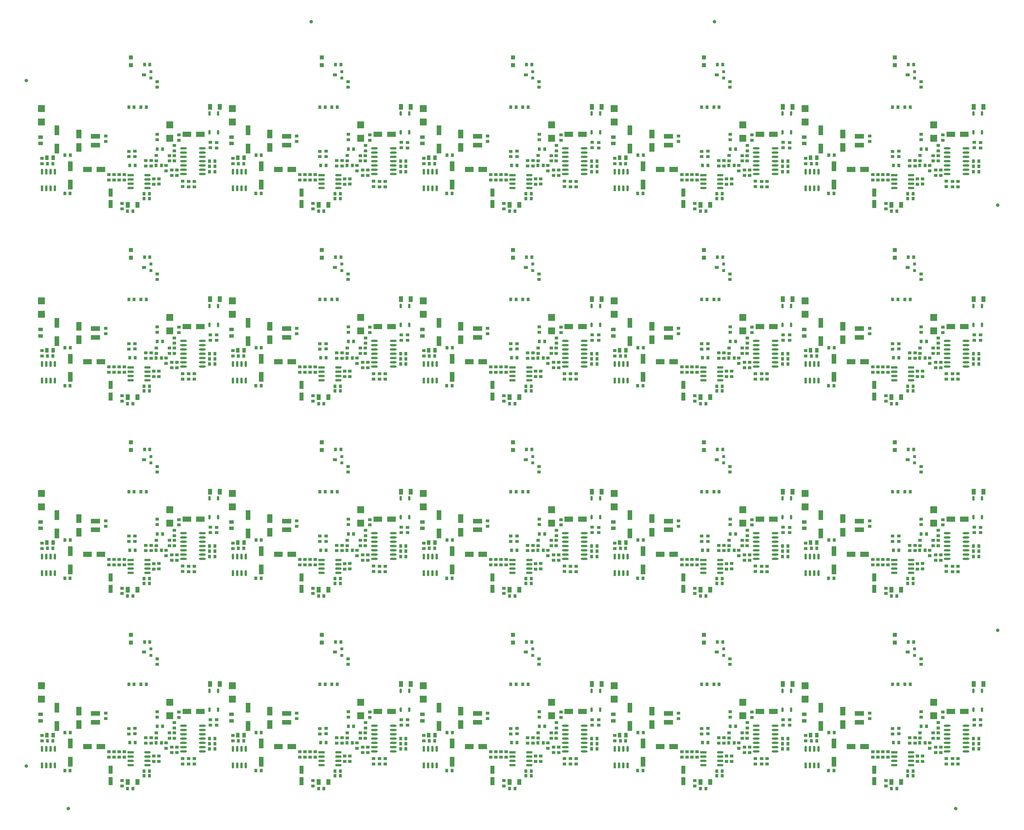
<source format=gtp>
G04*
G04 #@! TF.GenerationSoftware,Altium Limited,Altium Designer,22.11.1 (43)*
G04*
G04 Layer_Color=8421504*
%FSTAX26Y26*%
%MOIN*%
G70*
G04*
G04 #@! TF.SameCoordinates,AA770BCE-04E6-4DAC-A3A7-18814E9E4FF3*
G04*
G04*
G04 #@! TF.FilePolarity,Positive*
G04*
G01*
G75*
%ADD11C,0.042047*%
%ADD12R,0.050000X0.051181*%
%ADD13O,0.078740X0.023622*%
%ADD14O,0.028346X0.070079*%
%ADD15R,0.028346X0.070079*%
%ADD16R,0.074803X0.028346*%
%ADD17O,0.074803X0.028346*%
%ADD18R,0.039370X0.037402*%
%ADD19R,0.037402X0.039370*%
%ADD20R,0.045276X0.070866*%
%ADD21R,0.057087X0.039370*%
%ADD22R,0.036000X0.036000*%
%ADD23R,0.050000X0.036000*%
%ADD24R,0.039370X0.057087*%
%ADD25R,0.078740X0.078740*%
%ADD26R,0.102362X0.062992*%
%ADD27R,0.047244X0.094488*%
%ADD28R,0.062992X0.102362*%
%ADD29R,0.110236X0.055118*%
%ADD30R,0.055118X0.118110*%
G04:AMPARAMS|DCode=32|XSize=51.181mil|YSize=23.622mil|CornerRadius=5.906mil|HoleSize=0mil|Usage=FLASHONLY|Rotation=270.000|XOffset=0mil|YOffset=0mil|HoleType=Round|Shape=RoundedRectangle|*
%AMROUNDEDRECTD32*
21,1,0.051181,0.011811,0,0,270.0*
21,1,0.039370,0.023622,0,0,270.0*
1,1,0.011811,-0.005906,-0.019685*
1,1,0.011811,-0.005906,0.019685*
1,1,0.011811,0.005906,0.019685*
1,1,0.011811,0.005906,-0.019685*
%
%ADD32ROUNDEDRECTD32*%
D11*
X03225279Y09077735D02*
D03*
X07930279Y09077735D02*
D03*
X-00098483Y003937D02*
D03*
X00393512Y-00101861D02*
D03*
X11233266Y01977928D02*
D03*
X11233266Y06937928D02*
D03*
X-00099298Y08389491D02*
D03*
X10743266Y-00101861D02*
D03*
D12*
X01123001Y01924844D02*
D03*
Y01834844D02*
D03*
X03350001Y01924844D02*
D03*
Y01834844D02*
D03*
X05577002Y01924844D02*
D03*
Y01834844D02*
D03*
X07804002Y01924844D02*
D03*
Y01834844D02*
D03*
X10031003Y01924844D02*
D03*
Y01834844D02*
D03*
X01123001Y04169688D02*
D03*
Y04079688D02*
D03*
X03350001Y04169688D02*
D03*
Y04079688D02*
D03*
X05577002Y04169688D02*
D03*
Y04079688D02*
D03*
X07804002Y04169688D02*
D03*
Y04079688D02*
D03*
X10031003Y04169688D02*
D03*
Y04079688D02*
D03*
X01123001Y06414532D02*
D03*
Y06324532D02*
D03*
X03350001Y06414532D02*
D03*
Y06324532D02*
D03*
X05577002Y06414532D02*
D03*
Y06324532D02*
D03*
X07804002Y06414532D02*
D03*
Y06324532D02*
D03*
X10031003Y06414532D02*
D03*
Y06324532D02*
D03*
X01123001Y08659376D02*
D03*
Y08569376D02*
D03*
X03350001Y08659376D02*
D03*
Y08569376D02*
D03*
X05577002Y08659376D02*
D03*
Y08569376D02*
D03*
X07804002Y08659376D02*
D03*
Y08569376D02*
D03*
X10031003Y08659376D02*
D03*
Y08569376D02*
D03*
D13*
X01733764Y00863844D02*
D03*
Y00813844D02*
D03*
Y00763844D02*
D03*
Y00713844D02*
D03*
Y00663844D02*
D03*
Y00613844D02*
D03*
Y00563844D02*
D03*
X01954237D02*
D03*
Y00613844D02*
D03*
Y00663844D02*
D03*
Y00713844D02*
D03*
Y00763844D02*
D03*
Y00813844D02*
D03*
Y00863844D02*
D03*
X03960765D02*
D03*
Y00813844D02*
D03*
Y00763844D02*
D03*
Y00713844D02*
D03*
Y00663844D02*
D03*
Y00613844D02*
D03*
Y00563844D02*
D03*
X04181237D02*
D03*
Y00613844D02*
D03*
Y00663844D02*
D03*
Y00713844D02*
D03*
Y00763844D02*
D03*
Y00813844D02*
D03*
Y00863844D02*
D03*
X06187765D02*
D03*
Y00813844D02*
D03*
Y00763844D02*
D03*
Y00713844D02*
D03*
Y00663844D02*
D03*
Y00613844D02*
D03*
Y00563844D02*
D03*
X06408238D02*
D03*
Y00613844D02*
D03*
Y00663844D02*
D03*
Y00713844D02*
D03*
Y00763844D02*
D03*
Y00813844D02*
D03*
Y00863844D02*
D03*
X08414766D02*
D03*
Y00813844D02*
D03*
Y00763844D02*
D03*
Y00713844D02*
D03*
Y00663844D02*
D03*
Y00613844D02*
D03*
Y00563844D02*
D03*
X08635238D02*
D03*
Y00613844D02*
D03*
Y00663844D02*
D03*
Y00713844D02*
D03*
Y00763844D02*
D03*
Y00813844D02*
D03*
Y00863844D02*
D03*
X10641766D02*
D03*
Y00813844D02*
D03*
Y00763844D02*
D03*
Y00713844D02*
D03*
Y00663844D02*
D03*
Y00613844D02*
D03*
Y00563844D02*
D03*
X10862239D02*
D03*
Y00613844D02*
D03*
Y00663844D02*
D03*
Y00713844D02*
D03*
Y00763844D02*
D03*
Y00813844D02*
D03*
Y00863844D02*
D03*
X01733764Y03108688D02*
D03*
Y03058688D02*
D03*
Y03008688D02*
D03*
Y02958688D02*
D03*
Y02908688D02*
D03*
Y02858688D02*
D03*
Y02808688D02*
D03*
X01954237D02*
D03*
Y02858688D02*
D03*
Y02908688D02*
D03*
Y02958688D02*
D03*
Y03008688D02*
D03*
Y03058688D02*
D03*
Y03108688D02*
D03*
X03960765D02*
D03*
Y03058688D02*
D03*
Y03008688D02*
D03*
Y02958688D02*
D03*
Y02908688D02*
D03*
Y02858688D02*
D03*
Y02808688D02*
D03*
X04181237D02*
D03*
Y02858688D02*
D03*
Y02908688D02*
D03*
Y02958688D02*
D03*
Y03008688D02*
D03*
Y03058688D02*
D03*
Y03108688D02*
D03*
X06187765D02*
D03*
Y03058688D02*
D03*
Y03008688D02*
D03*
Y02958688D02*
D03*
Y02908688D02*
D03*
Y02858688D02*
D03*
Y02808688D02*
D03*
X06408238D02*
D03*
Y02858688D02*
D03*
Y02908688D02*
D03*
Y02958688D02*
D03*
Y03008688D02*
D03*
Y03058688D02*
D03*
Y03108688D02*
D03*
X08414766D02*
D03*
Y03058688D02*
D03*
Y03008688D02*
D03*
Y02958688D02*
D03*
Y02908688D02*
D03*
Y02858688D02*
D03*
Y02808688D02*
D03*
X08635238D02*
D03*
Y02858688D02*
D03*
Y02908688D02*
D03*
Y02958688D02*
D03*
Y03008688D02*
D03*
Y03058688D02*
D03*
Y03108688D02*
D03*
X10641766D02*
D03*
Y03058688D02*
D03*
Y03008688D02*
D03*
Y02958688D02*
D03*
Y02908688D02*
D03*
Y02858688D02*
D03*
Y02808688D02*
D03*
X10862239D02*
D03*
Y02858688D02*
D03*
Y02908688D02*
D03*
Y02958688D02*
D03*
Y03008688D02*
D03*
Y03058688D02*
D03*
Y03108688D02*
D03*
X01733764Y05353532D02*
D03*
Y05303532D02*
D03*
Y05253532D02*
D03*
Y05203532D02*
D03*
Y05153532D02*
D03*
Y05103532D02*
D03*
Y05053532D02*
D03*
X01954237D02*
D03*
Y05103532D02*
D03*
Y05153532D02*
D03*
Y05203532D02*
D03*
Y05253532D02*
D03*
Y05303532D02*
D03*
Y05353532D02*
D03*
X03960765D02*
D03*
Y05303532D02*
D03*
Y05253532D02*
D03*
Y05203532D02*
D03*
Y05153532D02*
D03*
Y05103532D02*
D03*
Y05053532D02*
D03*
X04181237D02*
D03*
Y05103532D02*
D03*
Y05153532D02*
D03*
Y05203532D02*
D03*
Y05253532D02*
D03*
Y05303532D02*
D03*
Y05353532D02*
D03*
X06187765D02*
D03*
Y05303532D02*
D03*
Y05253532D02*
D03*
Y05203532D02*
D03*
Y05153532D02*
D03*
Y05103532D02*
D03*
Y05053532D02*
D03*
X06408238D02*
D03*
Y05103532D02*
D03*
Y05153532D02*
D03*
Y05203532D02*
D03*
Y05253532D02*
D03*
Y05303532D02*
D03*
Y05353532D02*
D03*
X08414766D02*
D03*
Y05303532D02*
D03*
Y05253532D02*
D03*
Y05203532D02*
D03*
Y05153532D02*
D03*
Y05103532D02*
D03*
Y05053532D02*
D03*
X08635238D02*
D03*
Y05103532D02*
D03*
Y05153532D02*
D03*
Y05203532D02*
D03*
Y05253532D02*
D03*
Y05303532D02*
D03*
Y05353532D02*
D03*
X10641766D02*
D03*
Y05303532D02*
D03*
Y05253532D02*
D03*
Y05203532D02*
D03*
Y05153532D02*
D03*
Y05103532D02*
D03*
Y05053532D02*
D03*
X10862239D02*
D03*
Y05103532D02*
D03*
Y05153532D02*
D03*
Y05203532D02*
D03*
Y05253532D02*
D03*
Y05303532D02*
D03*
Y05353532D02*
D03*
X01733764Y07598376D02*
D03*
Y07548376D02*
D03*
Y07498376D02*
D03*
Y07448376D02*
D03*
Y07398376D02*
D03*
Y07348376D02*
D03*
Y07298376D02*
D03*
X01954237D02*
D03*
Y07348376D02*
D03*
Y07398376D02*
D03*
Y07448376D02*
D03*
Y07498376D02*
D03*
Y07548376D02*
D03*
Y07598376D02*
D03*
X03960765D02*
D03*
Y07548376D02*
D03*
Y07498376D02*
D03*
Y07448376D02*
D03*
Y07398376D02*
D03*
Y07348376D02*
D03*
Y07298376D02*
D03*
X04181237D02*
D03*
Y07348376D02*
D03*
Y07398376D02*
D03*
Y07448376D02*
D03*
Y07498376D02*
D03*
Y07548376D02*
D03*
Y07598376D02*
D03*
X06187765D02*
D03*
Y07548376D02*
D03*
Y07498376D02*
D03*
Y07448376D02*
D03*
Y07398376D02*
D03*
Y07348376D02*
D03*
Y07298376D02*
D03*
X06408238D02*
D03*
Y07348376D02*
D03*
Y07398376D02*
D03*
Y07448376D02*
D03*
Y07498376D02*
D03*
Y07548376D02*
D03*
Y07598376D02*
D03*
X08414766D02*
D03*
Y07548376D02*
D03*
Y07498376D02*
D03*
Y07448376D02*
D03*
Y07398376D02*
D03*
Y07348376D02*
D03*
Y07298376D02*
D03*
X08635238D02*
D03*
Y07348376D02*
D03*
Y07398376D02*
D03*
Y07448376D02*
D03*
Y07498376D02*
D03*
Y07548376D02*
D03*
Y07598376D02*
D03*
X10641766D02*
D03*
Y07548376D02*
D03*
Y07498376D02*
D03*
Y07448376D02*
D03*
Y07398376D02*
D03*
Y07348376D02*
D03*
Y07298376D02*
D03*
X10862239D02*
D03*
Y07348376D02*
D03*
Y07398376D02*
D03*
Y07448376D02*
D03*
Y07498376D02*
D03*
Y07548376D02*
D03*
Y07598376D02*
D03*
D14*
X00083827Y00591978D02*
D03*
X00133827D02*
D03*
X00183827D02*
D03*
X00233827D02*
D03*
Y00399978D02*
D03*
X00183827D02*
D03*
X00133827D02*
D03*
X02310828Y00591978D02*
D03*
X02360828D02*
D03*
X02410828D02*
D03*
X02460828D02*
D03*
Y00399978D02*
D03*
X02410828D02*
D03*
X02360828D02*
D03*
X04537828Y00591978D02*
D03*
X04587828D02*
D03*
X04637828D02*
D03*
X04687828D02*
D03*
Y00399978D02*
D03*
X04637828D02*
D03*
X04587828D02*
D03*
X06764829Y00591978D02*
D03*
X06814829D02*
D03*
X06864829D02*
D03*
X06914829D02*
D03*
Y00399978D02*
D03*
X06864829D02*
D03*
X06814829D02*
D03*
X08991829Y00591978D02*
D03*
X09041829D02*
D03*
X09091829D02*
D03*
X09141829D02*
D03*
Y00399978D02*
D03*
X09091829D02*
D03*
X09041829D02*
D03*
X00083827Y02836822D02*
D03*
X00133827D02*
D03*
X00183827D02*
D03*
X00233827D02*
D03*
Y02644822D02*
D03*
X00183827D02*
D03*
X00133827D02*
D03*
X02310828Y02836822D02*
D03*
X02360828D02*
D03*
X02410828D02*
D03*
X02460828D02*
D03*
Y02644822D02*
D03*
X02410828D02*
D03*
X02360828D02*
D03*
X04537828Y02836822D02*
D03*
X04587828D02*
D03*
X04637828D02*
D03*
X04687828D02*
D03*
Y02644822D02*
D03*
X04637828D02*
D03*
X04587828D02*
D03*
X06764829Y02836822D02*
D03*
X06814829D02*
D03*
X06864829D02*
D03*
X06914829D02*
D03*
Y02644822D02*
D03*
X06864829D02*
D03*
X06814829D02*
D03*
X08991829Y02836822D02*
D03*
X09041829D02*
D03*
X09091829D02*
D03*
X09141829D02*
D03*
Y02644822D02*
D03*
X09091829D02*
D03*
X09041829D02*
D03*
X00083827Y05081666D02*
D03*
X00133827D02*
D03*
X00183827D02*
D03*
X00233827D02*
D03*
Y04889666D02*
D03*
X00183827D02*
D03*
X00133827D02*
D03*
X02310828Y05081666D02*
D03*
X02360828D02*
D03*
X02410828D02*
D03*
X02460828D02*
D03*
Y04889666D02*
D03*
X02410828D02*
D03*
X02360828D02*
D03*
X04537828Y05081666D02*
D03*
X04587828D02*
D03*
X04637828D02*
D03*
X04687828D02*
D03*
Y04889666D02*
D03*
X04637828D02*
D03*
X04587828D02*
D03*
X06764829Y05081666D02*
D03*
X06814829D02*
D03*
X06864829D02*
D03*
X06914829D02*
D03*
Y04889666D02*
D03*
X06864829D02*
D03*
X06814829D02*
D03*
X08991829Y05081666D02*
D03*
X09041829D02*
D03*
X09091829D02*
D03*
X09141829D02*
D03*
Y04889666D02*
D03*
X09091829D02*
D03*
X09041829D02*
D03*
X00083827Y0732651D02*
D03*
X00133827D02*
D03*
X00183827D02*
D03*
X00233827D02*
D03*
Y0713451D02*
D03*
X00183827D02*
D03*
X00133827D02*
D03*
X02310828Y0732651D02*
D03*
X02360828D02*
D03*
X02410828D02*
D03*
X02460828D02*
D03*
Y0713451D02*
D03*
X02410828D02*
D03*
X02360828D02*
D03*
X04537828Y0732651D02*
D03*
X04587828D02*
D03*
X04637828D02*
D03*
X04687828D02*
D03*
Y0713451D02*
D03*
X04637828D02*
D03*
X04587828D02*
D03*
X06764829Y0732651D02*
D03*
X06814829D02*
D03*
X06864829D02*
D03*
X06914829D02*
D03*
Y0713451D02*
D03*
X06864829D02*
D03*
X06814829D02*
D03*
X08991829Y0732651D02*
D03*
X09041829D02*
D03*
X09091829D02*
D03*
X09141829D02*
D03*
Y0713451D02*
D03*
X09091829D02*
D03*
X09041829D02*
D03*
D15*
X00083827Y00399978D02*
D03*
X02310828D02*
D03*
X04537828D02*
D03*
X06764829D02*
D03*
X08991829D02*
D03*
X00083827Y02644822D02*
D03*
X02310828D02*
D03*
X04537828D02*
D03*
X06764829D02*
D03*
X08991829D02*
D03*
X00083827Y04889666D02*
D03*
X02310828D02*
D03*
X04537828D02*
D03*
X06764829D02*
D03*
X08991829D02*
D03*
X00083827Y0713451D02*
D03*
X02310828D02*
D03*
X04537828D02*
D03*
X06764829D02*
D03*
X08991829D02*
D03*
D16*
X01117575Y00552844D02*
D03*
X03344576D02*
D03*
X05571576D02*
D03*
X07798577D02*
D03*
X10025577D02*
D03*
X01117575Y02797688D02*
D03*
X03344576D02*
D03*
X05571576D02*
D03*
X07798577D02*
D03*
X10025577D02*
D03*
X01117575Y05042532D02*
D03*
X03344576D02*
D03*
X05571576D02*
D03*
X07798577D02*
D03*
X10025577D02*
D03*
X01117575Y07287376D02*
D03*
X03344576D02*
D03*
X05571576D02*
D03*
X07798577D02*
D03*
X10025577D02*
D03*
D17*
X01117575Y00502844D02*
D03*
Y00452844D02*
D03*
Y00402844D02*
D03*
X01314426D02*
D03*
Y00452844D02*
D03*
Y00502844D02*
D03*
Y00552844D02*
D03*
X03344576Y00502844D02*
D03*
Y00452844D02*
D03*
Y00402844D02*
D03*
X03541426D02*
D03*
Y00452844D02*
D03*
Y00502844D02*
D03*
Y00552844D02*
D03*
X05571576Y00502844D02*
D03*
Y00452844D02*
D03*
Y00402844D02*
D03*
X05768427D02*
D03*
Y00452844D02*
D03*
Y00502844D02*
D03*
Y00552844D02*
D03*
X07798577Y00502844D02*
D03*
Y00452844D02*
D03*
Y00402844D02*
D03*
X07995427D02*
D03*
Y00452844D02*
D03*
Y00502844D02*
D03*
Y00552844D02*
D03*
X10025577Y00502844D02*
D03*
Y00452844D02*
D03*
Y00402844D02*
D03*
X10222428D02*
D03*
Y00452844D02*
D03*
Y00502844D02*
D03*
Y00552844D02*
D03*
X01117575Y02747688D02*
D03*
Y02697688D02*
D03*
Y02647688D02*
D03*
X01314426D02*
D03*
Y02697688D02*
D03*
Y02747688D02*
D03*
Y02797688D02*
D03*
X03344576Y02747688D02*
D03*
Y02697688D02*
D03*
Y02647688D02*
D03*
X03541426D02*
D03*
Y02697688D02*
D03*
Y02747688D02*
D03*
Y02797688D02*
D03*
X05571576Y02747688D02*
D03*
Y02697688D02*
D03*
Y02647688D02*
D03*
X05768427D02*
D03*
Y02697688D02*
D03*
Y02747688D02*
D03*
Y02797688D02*
D03*
X07798577Y02747688D02*
D03*
Y02697688D02*
D03*
Y02647688D02*
D03*
X07995427D02*
D03*
Y02697688D02*
D03*
Y02747688D02*
D03*
Y02797688D02*
D03*
X10025577Y02747688D02*
D03*
Y02697688D02*
D03*
Y02647688D02*
D03*
X10222428D02*
D03*
Y02697688D02*
D03*
Y02747688D02*
D03*
Y02797688D02*
D03*
X01117575Y04992532D02*
D03*
Y04942532D02*
D03*
Y04892532D02*
D03*
X01314426D02*
D03*
Y04942532D02*
D03*
Y04992532D02*
D03*
Y05042532D02*
D03*
X03344576Y04992532D02*
D03*
Y04942532D02*
D03*
Y04892532D02*
D03*
X03541426D02*
D03*
Y04942532D02*
D03*
Y04992532D02*
D03*
Y05042532D02*
D03*
X05571576Y04992532D02*
D03*
Y04942532D02*
D03*
Y04892532D02*
D03*
X05768427D02*
D03*
Y04942532D02*
D03*
Y04992532D02*
D03*
Y05042532D02*
D03*
X07798577Y04992532D02*
D03*
Y04942532D02*
D03*
Y04892532D02*
D03*
X07995427D02*
D03*
Y04942532D02*
D03*
Y04992532D02*
D03*
Y05042532D02*
D03*
X10025577Y04992532D02*
D03*
Y04942532D02*
D03*
Y04892532D02*
D03*
X10222428D02*
D03*
Y04942532D02*
D03*
Y04992532D02*
D03*
Y05042532D02*
D03*
X01117575Y07237376D02*
D03*
Y07187376D02*
D03*
Y07137376D02*
D03*
X01314426D02*
D03*
Y07187376D02*
D03*
Y07237376D02*
D03*
Y07287376D02*
D03*
X03344576Y07237376D02*
D03*
Y07187376D02*
D03*
Y07137376D02*
D03*
X03541426D02*
D03*
Y07187376D02*
D03*
Y07237376D02*
D03*
Y07287376D02*
D03*
X05571576Y07237376D02*
D03*
Y07187376D02*
D03*
Y07137376D02*
D03*
X05768427D02*
D03*
Y07187376D02*
D03*
Y07237376D02*
D03*
Y07287376D02*
D03*
X07798577Y07237376D02*
D03*
Y07187376D02*
D03*
Y07137376D02*
D03*
X07995427D02*
D03*
Y07187376D02*
D03*
Y07237376D02*
D03*
Y07287376D02*
D03*
X10025577Y07237376D02*
D03*
Y07187376D02*
D03*
Y07137376D02*
D03*
X10222428D02*
D03*
Y07187376D02*
D03*
Y07237376D02*
D03*
Y07287376D02*
D03*
D18*
X01683001Y0102334D02*
D03*
Y00960348D02*
D03*
X01430001Y00964348D02*
D03*
Y0102734D02*
D03*
X01725001Y00480844D02*
D03*
Y00417852D02*
D03*
X02123001Y00870348D02*
D03*
Y0093334D02*
D03*
X01630001Y0089834D02*
D03*
Y00835348D02*
D03*
X01659001Y0061234D02*
D03*
Y00549348D02*
D03*
X01599001Y0061234D02*
D03*
Y00549348D02*
D03*
X01531001Y0066434D02*
D03*
Y00601348D02*
D03*
X01417001Y0078134D02*
D03*
Y00718348D02*
D03*
X01170001Y00768852D02*
D03*
Y00831844D02*
D03*
X01429001Y0164234D02*
D03*
Y01579348D02*
D03*
X01019Y0022334D02*
D03*
Y00160348D02*
D03*
X02049001Y0093434D02*
D03*
Y00871348D02*
D03*
X01387001Y0050934D02*
D03*
Y00446348D02*
D03*
X01043999Y00496353D02*
D03*
Y00559345D02*
D03*
X00926Y0055934D02*
D03*
Y00496348D02*
D03*
X01098001Y00767348D02*
D03*
Y0083034D02*
D03*
X01861001Y0047934D02*
D03*
Y00416348D02*
D03*
X01796001Y0047934D02*
D03*
Y00416348D02*
D03*
X01572001Y0078034D02*
D03*
Y00717348D02*
D03*
X01629001Y0078034D02*
D03*
Y00717348D02*
D03*
X00866Y00496348D02*
D03*
Y0055934D02*
D03*
X01447001Y0051034D02*
D03*
Y00447348D02*
D03*
X00984Y0055934D02*
D03*
Y00496348D02*
D03*
X01296001Y00660348D02*
D03*
Y0072334D02*
D03*
X01359001Y00660348D02*
D03*
Y0072334D02*
D03*
X00829Y0100934D02*
D03*
Y00946348D02*
D03*
X00084369Y00686507D02*
D03*
Y00749499D02*
D03*
X03910001Y0102334D02*
D03*
Y00960348D02*
D03*
X03657001Y00964348D02*
D03*
Y0102734D02*
D03*
X03952001Y00480844D02*
D03*
Y00417852D02*
D03*
X04350001Y00870348D02*
D03*
Y0093334D02*
D03*
X03857001Y0089834D02*
D03*
Y00835348D02*
D03*
X03886001Y0061234D02*
D03*
Y00549348D02*
D03*
X03826001Y0061234D02*
D03*
Y00549348D02*
D03*
X03758001Y0066434D02*
D03*
Y00601348D02*
D03*
X03644001Y0078134D02*
D03*
Y00718348D02*
D03*
X03397001Y00768852D02*
D03*
Y00831844D02*
D03*
X03656001Y0164234D02*
D03*
Y01579348D02*
D03*
X03246001Y0022334D02*
D03*
Y00160348D02*
D03*
X04276001Y0093434D02*
D03*
Y00871348D02*
D03*
X03614001Y0050934D02*
D03*
Y00446348D02*
D03*
X03270999Y00496353D02*
D03*
Y00559345D02*
D03*
X03153001Y0055934D02*
D03*
Y00496348D02*
D03*
X03325001Y00767348D02*
D03*
Y0083034D02*
D03*
X04088001Y0047934D02*
D03*
Y00416348D02*
D03*
X04023001Y0047934D02*
D03*
Y00416348D02*
D03*
X03799001Y0078034D02*
D03*
Y00717348D02*
D03*
X03856001Y0078034D02*
D03*
Y00717348D02*
D03*
X03093001Y00496348D02*
D03*
Y0055934D02*
D03*
X03674001Y0051034D02*
D03*
Y00447348D02*
D03*
X03211001Y0055934D02*
D03*
Y00496348D02*
D03*
X03523001Y00660348D02*
D03*
Y0072334D02*
D03*
X03586001Y00660348D02*
D03*
Y0072334D02*
D03*
X03056001Y0100934D02*
D03*
Y00946348D02*
D03*
X0231137Y00686507D02*
D03*
Y00749499D02*
D03*
X06137002Y0102334D02*
D03*
Y00960348D02*
D03*
X05884002Y00964348D02*
D03*
Y0102734D02*
D03*
X06179002Y00480844D02*
D03*
Y00417852D02*
D03*
X06577002Y00870348D02*
D03*
Y0093334D02*
D03*
X06084002Y0089834D02*
D03*
Y00835348D02*
D03*
X06113002Y0061234D02*
D03*
Y00549348D02*
D03*
X06053002Y0061234D02*
D03*
Y00549348D02*
D03*
X05985002Y0066434D02*
D03*
Y00601348D02*
D03*
X05871002Y0078134D02*
D03*
Y00718348D02*
D03*
X05624002Y00768852D02*
D03*
Y00831844D02*
D03*
X05883002Y0164234D02*
D03*
Y01579348D02*
D03*
X05473002Y0022334D02*
D03*
Y00160348D02*
D03*
X06503002Y0093434D02*
D03*
Y00871348D02*
D03*
X05841002Y0050934D02*
D03*
Y00446348D02*
D03*
X05498Y00496353D02*
D03*
Y00559345D02*
D03*
X05380002Y0055934D02*
D03*
Y00496348D02*
D03*
X05552002Y00767348D02*
D03*
Y0083034D02*
D03*
X06315002Y0047934D02*
D03*
Y00416348D02*
D03*
X06250002Y0047934D02*
D03*
Y00416348D02*
D03*
X06026002Y0078034D02*
D03*
Y00717348D02*
D03*
X06083002Y0078034D02*
D03*
Y00717348D02*
D03*
X05320002Y00496348D02*
D03*
Y0055934D02*
D03*
X05901002Y0051034D02*
D03*
Y00447348D02*
D03*
X05438002Y0055934D02*
D03*
Y00496348D02*
D03*
X05750002Y00660348D02*
D03*
Y0072334D02*
D03*
X05813002Y00660348D02*
D03*
Y0072334D02*
D03*
X05283002Y0100934D02*
D03*
Y00946348D02*
D03*
X0453837Y00686507D02*
D03*
Y00749499D02*
D03*
X08364002Y0102334D02*
D03*
Y00960348D02*
D03*
X08111002Y00964348D02*
D03*
Y0102734D02*
D03*
X08406002Y00480844D02*
D03*
Y00417852D02*
D03*
X08804002Y00870348D02*
D03*
Y0093334D02*
D03*
X08311002Y0089834D02*
D03*
Y00835348D02*
D03*
X08340002Y0061234D02*
D03*
Y00549348D02*
D03*
X08280002Y0061234D02*
D03*
Y00549348D02*
D03*
X08212002Y0066434D02*
D03*
Y00601348D02*
D03*
X08098002Y0078134D02*
D03*
Y00718348D02*
D03*
X07851002Y00768852D02*
D03*
Y00831844D02*
D03*
X08110002Y0164234D02*
D03*
Y01579348D02*
D03*
X07700002Y0022334D02*
D03*
Y00160348D02*
D03*
X08730002Y0093434D02*
D03*
Y00871348D02*
D03*
X08068002Y0050934D02*
D03*
Y00446348D02*
D03*
X07725Y00496353D02*
D03*
Y00559345D02*
D03*
X07607002Y0055934D02*
D03*
Y00496348D02*
D03*
X07779002Y00767348D02*
D03*
Y0083034D02*
D03*
X08542002Y0047934D02*
D03*
Y00416348D02*
D03*
X08477002Y0047934D02*
D03*
Y00416348D02*
D03*
X08253002Y0078034D02*
D03*
Y00717348D02*
D03*
X08310002Y0078034D02*
D03*
Y00717348D02*
D03*
X07547002Y00496348D02*
D03*
Y0055934D02*
D03*
X08128002Y0051034D02*
D03*
Y00447348D02*
D03*
X07665002Y0055934D02*
D03*
Y00496348D02*
D03*
X07977002Y00660348D02*
D03*
Y0072334D02*
D03*
X08040002Y00660348D02*
D03*
Y0072334D02*
D03*
X07510002Y0100934D02*
D03*
Y00946348D02*
D03*
X06765371Y00686507D02*
D03*
Y00749499D02*
D03*
X10591003Y0102334D02*
D03*
Y00960348D02*
D03*
X10338003Y00964348D02*
D03*
Y0102734D02*
D03*
X10633003Y00480844D02*
D03*
Y00417852D02*
D03*
X11031003Y00870348D02*
D03*
Y0093334D02*
D03*
X10538003Y0089834D02*
D03*
Y00835348D02*
D03*
X10567003Y0061234D02*
D03*
Y00549348D02*
D03*
X10507003Y0061234D02*
D03*
Y00549348D02*
D03*
X10439003Y0066434D02*
D03*
Y00601348D02*
D03*
X10325003Y0078134D02*
D03*
Y00718348D02*
D03*
X10078003Y00768852D02*
D03*
Y00831844D02*
D03*
X10337003Y0164234D02*
D03*
Y01579348D02*
D03*
X09927003Y0022334D02*
D03*
Y00160348D02*
D03*
X10957003Y0093434D02*
D03*
Y00871348D02*
D03*
X10295003Y0050934D02*
D03*
Y00446348D02*
D03*
X09952001Y00496353D02*
D03*
Y00559345D02*
D03*
X09834003Y0055934D02*
D03*
Y00496348D02*
D03*
X10006003Y00767348D02*
D03*
Y0083034D02*
D03*
X10769003Y0047934D02*
D03*
Y00416348D02*
D03*
X10704003Y0047934D02*
D03*
Y00416348D02*
D03*
X10480003Y0078034D02*
D03*
Y00717348D02*
D03*
X10537003Y0078034D02*
D03*
Y00717348D02*
D03*
X09774003Y00496348D02*
D03*
Y0055934D02*
D03*
X10355003Y0051034D02*
D03*
Y00447348D02*
D03*
X09892003Y0055934D02*
D03*
Y00496348D02*
D03*
X10204003Y00660348D02*
D03*
Y0072334D02*
D03*
X10267003Y00660348D02*
D03*
Y0072334D02*
D03*
X09737003Y0100934D02*
D03*
Y00946348D02*
D03*
X08992371Y00686507D02*
D03*
Y00749499D02*
D03*
X01683001Y03268184D02*
D03*
Y03205192D02*
D03*
X01430001Y03209192D02*
D03*
Y03272184D02*
D03*
X01725001Y02725688D02*
D03*
Y02662696D02*
D03*
X02123001Y03115192D02*
D03*
Y03178184D02*
D03*
X01630001Y03143184D02*
D03*
Y03080192D02*
D03*
X01659001Y02857184D02*
D03*
Y02794192D02*
D03*
X01599001Y02857184D02*
D03*
Y02794192D02*
D03*
X01531001Y02909184D02*
D03*
Y02846192D02*
D03*
X01417001Y03026184D02*
D03*
Y02963192D02*
D03*
X01170001Y03013696D02*
D03*
Y03076688D02*
D03*
X01429001Y03887184D02*
D03*
Y03824192D02*
D03*
X01019Y02468184D02*
D03*
Y02405192D02*
D03*
X02049001Y03179184D02*
D03*
Y03116192D02*
D03*
X01387001Y02754184D02*
D03*
Y02691192D02*
D03*
X01043999Y02741196D02*
D03*
Y02804189D02*
D03*
X00926Y02804184D02*
D03*
Y02741192D02*
D03*
X01098001Y03012192D02*
D03*
Y03075184D02*
D03*
X01861001Y02724184D02*
D03*
Y02661192D02*
D03*
X01796001Y02724184D02*
D03*
Y02661192D02*
D03*
X01572001Y03025184D02*
D03*
Y02962192D02*
D03*
X01629001Y03025184D02*
D03*
Y02962192D02*
D03*
X00866Y02741192D02*
D03*
Y02804184D02*
D03*
X01447001Y02755184D02*
D03*
Y02692192D02*
D03*
X00984Y02804184D02*
D03*
Y02741192D02*
D03*
X01296001Y02905192D02*
D03*
Y02968184D02*
D03*
X01359001Y02905192D02*
D03*
Y02968184D02*
D03*
X00829Y03254184D02*
D03*
Y03191192D02*
D03*
X00084369Y02931351D02*
D03*
Y02994343D02*
D03*
X03910001Y03268184D02*
D03*
Y03205192D02*
D03*
X03657001Y03209192D02*
D03*
Y03272184D02*
D03*
X03952001Y02725688D02*
D03*
Y02662696D02*
D03*
X04350001Y03115192D02*
D03*
Y03178184D02*
D03*
X03857001Y03143184D02*
D03*
Y03080192D02*
D03*
X03886001Y02857184D02*
D03*
Y02794192D02*
D03*
X03826001Y02857184D02*
D03*
Y02794192D02*
D03*
X03758001Y02909184D02*
D03*
Y02846192D02*
D03*
X03644001Y03026184D02*
D03*
Y02963192D02*
D03*
X03397001Y03013696D02*
D03*
Y03076688D02*
D03*
X03656001Y03887184D02*
D03*
Y03824192D02*
D03*
X03246001Y02468184D02*
D03*
Y02405192D02*
D03*
X04276001Y03179184D02*
D03*
Y03116192D02*
D03*
X03614001Y02754184D02*
D03*
Y02691192D02*
D03*
X03270999Y02741196D02*
D03*
Y02804189D02*
D03*
X03153001Y02804184D02*
D03*
Y02741192D02*
D03*
X03325001Y03012192D02*
D03*
Y03075184D02*
D03*
X04088001Y02724184D02*
D03*
Y02661192D02*
D03*
X04023001Y02724184D02*
D03*
Y02661192D02*
D03*
X03799001Y03025184D02*
D03*
Y02962192D02*
D03*
X03856001Y03025184D02*
D03*
Y02962192D02*
D03*
X03093001Y02741192D02*
D03*
Y02804184D02*
D03*
X03674001Y02755184D02*
D03*
Y02692192D02*
D03*
X03211001Y02804184D02*
D03*
Y02741192D02*
D03*
X03523001Y02905192D02*
D03*
Y02968184D02*
D03*
X03586001Y02905192D02*
D03*
Y02968184D02*
D03*
X03056001Y03254184D02*
D03*
Y03191192D02*
D03*
X0231137Y02931351D02*
D03*
Y02994343D02*
D03*
X06137002Y03268184D02*
D03*
Y03205192D02*
D03*
X05884002Y03209192D02*
D03*
Y03272184D02*
D03*
X06179002Y02725688D02*
D03*
Y02662696D02*
D03*
X06577002Y03115192D02*
D03*
Y03178184D02*
D03*
X06084002Y03143184D02*
D03*
Y03080192D02*
D03*
X06113002Y02857184D02*
D03*
Y02794192D02*
D03*
X06053002Y02857184D02*
D03*
Y02794192D02*
D03*
X05985002Y02909184D02*
D03*
Y02846192D02*
D03*
X05871002Y03026184D02*
D03*
Y02963192D02*
D03*
X05624002Y03013696D02*
D03*
Y03076688D02*
D03*
X05883002Y03887184D02*
D03*
Y03824192D02*
D03*
X05473002Y02468184D02*
D03*
Y02405192D02*
D03*
X06503002Y03179184D02*
D03*
Y03116192D02*
D03*
X05841002Y02754184D02*
D03*
Y02691192D02*
D03*
X05498Y02741196D02*
D03*
Y02804189D02*
D03*
X05380002Y02804184D02*
D03*
Y02741192D02*
D03*
X05552002Y03012192D02*
D03*
Y03075184D02*
D03*
X06315002Y02724184D02*
D03*
Y02661192D02*
D03*
X06250002Y02724184D02*
D03*
Y02661192D02*
D03*
X06026002Y03025184D02*
D03*
Y02962192D02*
D03*
X06083002Y03025184D02*
D03*
Y02962192D02*
D03*
X05320002Y02741192D02*
D03*
Y02804184D02*
D03*
X05901002Y02755184D02*
D03*
Y02692192D02*
D03*
X05438002Y02804184D02*
D03*
Y02741192D02*
D03*
X05750002Y02905192D02*
D03*
Y02968184D02*
D03*
X05813002Y02905192D02*
D03*
Y02968184D02*
D03*
X05283002Y03254184D02*
D03*
Y03191192D02*
D03*
X0453837Y02931351D02*
D03*
Y02994343D02*
D03*
X08364002Y03268184D02*
D03*
Y03205192D02*
D03*
X08111002Y03209192D02*
D03*
Y03272184D02*
D03*
X08406002Y02725688D02*
D03*
Y02662696D02*
D03*
X08804002Y03115192D02*
D03*
Y03178184D02*
D03*
X08311002Y03143184D02*
D03*
Y03080192D02*
D03*
X08340002Y02857184D02*
D03*
Y02794192D02*
D03*
X08280002Y02857184D02*
D03*
Y02794192D02*
D03*
X08212002Y02909184D02*
D03*
Y02846192D02*
D03*
X08098002Y03026184D02*
D03*
Y02963192D02*
D03*
X07851002Y03013696D02*
D03*
Y03076688D02*
D03*
X08110002Y03887184D02*
D03*
Y03824192D02*
D03*
X07700002Y02468184D02*
D03*
Y02405192D02*
D03*
X08730002Y03179184D02*
D03*
Y03116192D02*
D03*
X08068002Y02754184D02*
D03*
Y02691192D02*
D03*
X07725Y02741196D02*
D03*
Y02804189D02*
D03*
X07607002Y02804184D02*
D03*
Y02741192D02*
D03*
X07779002Y03012192D02*
D03*
Y03075184D02*
D03*
X08542002Y02724184D02*
D03*
Y02661192D02*
D03*
X08477002Y02724184D02*
D03*
Y02661192D02*
D03*
X08253002Y03025184D02*
D03*
Y02962192D02*
D03*
X08310002Y03025184D02*
D03*
Y02962192D02*
D03*
X07547002Y02741192D02*
D03*
Y02804184D02*
D03*
X08128002Y02755184D02*
D03*
Y02692192D02*
D03*
X07665002Y02804184D02*
D03*
Y02741192D02*
D03*
X07977002Y02905192D02*
D03*
Y02968184D02*
D03*
X08040002Y02905192D02*
D03*
Y02968184D02*
D03*
X07510002Y03254184D02*
D03*
Y03191192D02*
D03*
X06765371Y02931351D02*
D03*
Y02994343D02*
D03*
X10591003Y03268184D02*
D03*
Y03205192D02*
D03*
X10338003Y03209192D02*
D03*
Y03272184D02*
D03*
X10633003Y02725688D02*
D03*
Y02662696D02*
D03*
X11031003Y03115192D02*
D03*
Y03178184D02*
D03*
X10538003Y03143184D02*
D03*
Y03080192D02*
D03*
X10567003Y02857184D02*
D03*
Y02794192D02*
D03*
X10507003Y02857184D02*
D03*
Y02794192D02*
D03*
X10439003Y02909184D02*
D03*
Y02846192D02*
D03*
X10325003Y03026184D02*
D03*
Y02963192D02*
D03*
X10078003Y03013696D02*
D03*
Y03076688D02*
D03*
X10337003Y03887184D02*
D03*
Y03824192D02*
D03*
X09927003Y02468184D02*
D03*
Y02405192D02*
D03*
X10957003Y03179184D02*
D03*
Y03116192D02*
D03*
X10295003Y02754184D02*
D03*
Y02691192D02*
D03*
X09952001Y02741196D02*
D03*
Y02804189D02*
D03*
X09834003Y02804184D02*
D03*
Y02741192D02*
D03*
X10006003Y03012192D02*
D03*
Y03075184D02*
D03*
X10769003Y02724184D02*
D03*
Y02661192D02*
D03*
X10704003Y02724184D02*
D03*
Y02661192D02*
D03*
X10480003Y03025184D02*
D03*
Y02962192D02*
D03*
X10537003Y03025184D02*
D03*
Y02962192D02*
D03*
X09774003Y02741192D02*
D03*
Y02804184D02*
D03*
X10355003Y02755184D02*
D03*
Y02692192D02*
D03*
X09892003Y02804184D02*
D03*
Y02741192D02*
D03*
X10204003Y02905192D02*
D03*
Y02968184D02*
D03*
X10267003Y02905192D02*
D03*
Y02968184D02*
D03*
X09737003Y03254184D02*
D03*
Y03191192D02*
D03*
X08992371Y02931351D02*
D03*
Y02994343D02*
D03*
X01683001Y05513028D02*
D03*
Y05450036D02*
D03*
X01430001Y05454036D02*
D03*
Y05517028D02*
D03*
X01725001Y04970532D02*
D03*
Y04907539D02*
D03*
X02123001Y05360036D02*
D03*
Y05423028D02*
D03*
X01630001Y05388028D02*
D03*
Y05325036D02*
D03*
X01659001Y05102028D02*
D03*
Y05039036D02*
D03*
X01599001Y05102028D02*
D03*
Y05039036D02*
D03*
X01531001Y05154028D02*
D03*
Y05091036D02*
D03*
X01417001Y05271028D02*
D03*
Y05208036D02*
D03*
X01170001Y05258539D02*
D03*
Y05321532D02*
D03*
X01429001Y06132028D02*
D03*
Y06069036D02*
D03*
X01019Y04713028D02*
D03*
Y04650036D02*
D03*
X02049001Y05424028D02*
D03*
Y05361036D02*
D03*
X01387001Y04999028D02*
D03*
Y04936036D02*
D03*
X01043999Y0498604D02*
D03*
Y05049033D02*
D03*
X00926Y05049028D02*
D03*
Y04986035D02*
D03*
X01098001Y05257036D02*
D03*
Y05320028D02*
D03*
X01861001Y04969028D02*
D03*
Y04906036D02*
D03*
X01796001Y04969028D02*
D03*
Y04906036D02*
D03*
X01572001Y05270028D02*
D03*
Y05207036D02*
D03*
X01629001Y05270028D02*
D03*
Y05207036D02*
D03*
X00866Y04986036D02*
D03*
Y05049028D02*
D03*
X01447001Y05000028D02*
D03*
Y04937035D02*
D03*
X00984Y05049028D02*
D03*
Y04986035D02*
D03*
X01296001Y05150035D02*
D03*
Y05213028D02*
D03*
X01359001Y05150035D02*
D03*
Y05213028D02*
D03*
X00829Y05499028D02*
D03*
Y05436036D02*
D03*
X00084369Y05176194D02*
D03*
Y05239187D02*
D03*
X03910001Y05513028D02*
D03*
Y05450036D02*
D03*
X03657001Y05454036D02*
D03*
Y05517028D02*
D03*
X03952001Y04970532D02*
D03*
Y04907539D02*
D03*
X04350001Y05360036D02*
D03*
Y05423028D02*
D03*
X03857001Y05388028D02*
D03*
Y05325036D02*
D03*
X03886001Y05102028D02*
D03*
Y05039036D02*
D03*
X03826001Y05102028D02*
D03*
Y05039036D02*
D03*
X03758001Y05154028D02*
D03*
Y05091036D02*
D03*
X03644001Y05271028D02*
D03*
Y05208036D02*
D03*
X03397001Y05258539D02*
D03*
Y05321532D02*
D03*
X03656001Y06132028D02*
D03*
Y06069036D02*
D03*
X03246001Y04713028D02*
D03*
Y04650036D02*
D03*
X04276001Y05424028D02*
D03*
Y05361036D02*
D03*
X03614001Y04999028D02*
D03*
Y04936036D02*
D03*
X03270999Y0498604D02*
D03*
Y05049033D02*
D03*
X03153001Y05049028D02*
D03*
Y04986035D02*
D03*
X03325001Y05257036D02*
D03*
Y05320028D02*
D03*
X04088001Y04969028D02*
D03*
Y04906036D02*
D03*
X04023001Y04969028D02*
D03*
Y04906036D02*
D03*
X03799001Y05270028D02*
D03*
Y05207036D02*
D03*
X03856001Y05270028D02*
D03*
Y05207036D02*
D03*
X03093001Y04986036D02*
D03*
Y05049028D02*
D03*
X03674001Y05000028D02*
D03*
Y04937035D02*
D03*
X03211001Y05049028D02*
D03*
Y04986035D02*
D03*
X03523001Y05150035D02*
D03*
Y05213028D02*
D03*
X03586001Y05150035D02*
D03*
Y05213028D02*
D03*
X03056001Y05499028D02*
D03*
Y05436036D02*
D03*
X0231137Y05176194D02*
D03*
Y05239187D02*
D03*
X06137002Y05513028D02*
D03*
Y05450036D02*
D03*
X05884002Y05454036D02*
D03*
Y05517028D02*
D03*
X06179002Y04970532D02*
D03*
Y04907539D02*
D03*
X06577002Y05360036D02*
D03*
Y05423028D02*
D03*
X06084002Y05388028D02*
D03*
Y05325036D02*
D03*
X06113002Y05102028D02*
D03*
Y05039036D02*
D03*
X06053002Y05102028D02*
D03*
Y05039036D02*
D03*
X05985002Y05154028D02*
D03*
Y05091036D02*
D03*
X05871002Y05271028D02*
D03*
Y05208036D02*
D03*
X05624002Y05258539D02*
D03*
Y05321532D02*
D03*
X05883002Y06132028D02*
D03*
Y06069036D02*
D03*
X05473002Y04713028D02*
D03*
Y04650036D02*
D03*
X06503002Y05424028D02*
D03*
Y05361036D02*
D03*
X05841002Y04999028D02*
D03*
Y04936036D02*
D03*
X05498Y0498604D02*
D03*
Y05049033D02*
D03*
X05380002Y05049028D02*
D03*
Y04986035D02*
D03*
X05552002Y05257036D02*
D03*
Y05320028D02*
D03*
X06315002Y04969028D02*
D03*
Y04906036D02*
D03*
X06250002Y04969028D02*
D03*
Y04906036D02*
D03*
X06026002Y05270028D02*
D03*
Y05207036D02*
D03*
X06083002Y05270028D02*
D03*
Y05207036D02*
D03*
X05320002Y04986036D02*
D03*
Y05049028D02*
D03*
X05901002Y05000028D02*
D03*
Y04937035D02*
D03*
X05438002Y05049028D02*
D03*
Y04986035D02*
D03*
X05750002Y05150035D02*
D03*
Y05213028D02*
D03*
X05813002Y05150035D02*
D03*
Y05213028D02*
D03*
X05283002Y05499028D02*
D03*
Y05436036D02*
D03*
X0453837Y05176194D02*
D03*
Y05239187D02*
D03*
X08364002Y05513028D02*
D03*
Y05450036D02*
D03*
X08111002Y05454036D02*
D03*
Y05517028D02*
D03*
X08406002Y04970532D02*
D03*
Y04907539D02*
D03*
X08804002Y05360036D02*
D03*
Y05423028D02*
D03*
X08311002Y05388028D02*
D03*
Y05325036D02*
D03*
X08340002Y05102028D02*
D03*
Y05039036D02*
D03*
X08280002Y05102028D02*
D03*
Y05039036D02*
D03*
X08212002Y05154028D02*
D03*
Y05091036D02*
D03*
X08098002Y05271028D02*
D03*
Y05208036D02*
D03*
X07851002Y05258539D02*
D03*
Y05321532D02*
D03*
X08110002Y06132028D02*
D03*
Y06069036D02*
D03*
X07700002Y04713028D02*
D03*
Y04650036D02*
D03*
X08730002Y05424028D02*
D03*
Y05361036D02*
D03*
X08068002Y04999028D02*
D03*
Y04936036D02*
D03*
X07725Y0498604D02*
D03*
Y05049033D02*
D03*
X07607002Y05049028D02*
D03*
Y04986035D02*
D03*
X07779002Y05257036D02*
D03*
Y05320028D02*
D03*
X08542002Y04969028D02*
D03*
Y04906036D02*
D03*
X08477002Y04969028D02*
D03*
Y04906036D02*
D03*
X08253002Y05270028D02*
D03*
Y05207036D02*
D03*
X08310002Y05270028D02*
D03*
Y05207036D02*
D03*
X07547002Y04986036D02*
D03*
Y05049028D02*
D03*
X08128002Y05000028D02*
D03*
Y04937035D02*
D03*
X07665002Y05049028D02*
D03*
Y04986035D02*
D03*
X07977002Y05150035D02*
D03*
Y05213028D02*
D03*
X08040002Y05150035D02*
D03*
Y05213028D02*
D03*
X07510002Y05499028D02*
D03*
Y05436036D02*
D03*
X06765371Y05176194D02*
D03*
Y05239187D02*
D03*
X10591003Y05513028D02*
D03*
Y05450036D02*
D03*
X10338003Y05454036D02*
D03*
Y05517028D02*
D03*
X10633003Y04970532D02*
D03*
Y04907539D02*
D03*
X11031003Y05360036D02*
D03*
Y05423028D02*
D03*
X10538003Y05388028D02*
D03*
Y05325036D02*
D03*
X10567003Y05102028D02*
D03*
Y05039036D02*
D03*
X10507003Y05102028D02*
D03*
Y05039036D02*
D03*
X10439003Y05154028D02*
D03*
Y05091036D02*
D03*
X10325003Y05271028D02*
D03*
Y05208036D02*
D03*
X10078003Y05258539D02*
D03*
Y05321532D02*
D03*
X10337003Y06132028D02*
D03*
Y06069036D02*
D03*
X09927003Y04713028D02*
D03*
Y04650036D02*
D03*
X10957003Y05424028D02*
D03*
Y05361036D02*
D03*
X10295003Y04999028D02*
D03*
Y04936036D02*
D03*
X09952001Y0498604D02*
D03*
Y05049033D02*
D03*
X09834003Y05049028D02*
D03*
Y04986035D02*
D03*
X10006003Y05257036D02*
D03*
Y05320028D02*
D03*
X10769003Y04969028D02*
D03*
Y04906036D02*
D03*
X10704003Y04969028D02*
D03*
Y04906036D02*
D03*
X10480003Y05270028D02*
D03*
Y05207036D02*
D03*
X10537003Y05270028D02*
D03*
Y05207036D02*
D03*
X09774003Y04986036D02*
D03*
Y05049028D02*
D03*
X10355003Y05000028D02*
D03*
Y04937035D02*
D03*
X09892003Y05049028D02*
D03*
Y04986035D02*
D03*
X10204003Y05150035D02*
D03*
Y05213028D02*
D03*
X10267003Y05150035D02*
D03*
Y05213028D02*
D03*
X09737003Y05499028D02*
D03*
Y05436036D02*
D03*
X08992371Y05176194D02*
D03*
Y05239187D02*
D03*
X01683001Y07757872D02*
D03*
Y0769488D02*
D03*
X01430001Y0769888D02*
D03*
Y07761872D02*
D03*
X01725001Y07215376D02*
D03*
Y07152383D02*
D03*
X02123001Y0760488D02*
D03*
Y07667872D02*
D03*
X01630001Y07632872D02*
D03*
Y0756988D02*
D03*
X01659001Y07346872D02*
D03*
Y0728388D02*
D03*
X01599001Y07346872D02*
D03*
Y0728388D02*
D03*
X01531001Y07398872D02*
D03*
Y0733588D02*
D03*
X01417001Y07515872D02*
D03*
Y0745288D02*
D03*
X01170001Y07503383D02*
D03*
Y07566376D02*
D03*
X01429001Y08376872D02*
D03*
Y08313879D02*
D03*
X01019Y06957872D02*
D03*
Y0689488D02*
D03*
X02049001Y07668872D02*
D03*
Y0760588D02*
D03*
X01387001Y07243872D02*
D03*
Y0718088D02*
D03*
X01043999Y07230884D02*
D03*
Y07293876D02*
D03*
X00926Y07293872D02*
D03*
Y07230879D02*
D03*
X01098001Y0750188D02*
D03*
Y07564872D02*
D03*
X01861001Y07213872D02*
D03*
Y0715088D02*
D03*
X01796001Y07213872D02*
D03*
Y0715088D02*
D03*
X01572001Y07514872D02*
D03*
Y0745188D02*
D03*
X01629001Y07514872D02*
D03*
Y0745188D02*
D03*
X00866Y0723088D02*
D03*
Y07293872D02*
D03*
X01447001Y07244872D02*
D03*
Y07181879D02*
D03*
X00984Y07293872D02*
D03*
Y07230879D02*
D03*
X01296001Y07394879D02*
D03*
Y07457872D02*
D03*
X01359001Y07394879D02*
D03*
Y07457872D02*
D03*
X00829Y07743872D02*
D03*
Y0768088D02*
D03*
X00084369Y07421038D02*
D03*
Y0748403D02*
D03*
X03910001Y07757872D02*
D03*
Y0769488D02*
D03*
X03657001Y0769888D02*
D03*
Y07761872D02*
D03*
X03952001Y07215376D02*
D03*
Y07152383D02*
D03*
X04350001Y0760488D02*
D03*
Y07667872D02*
D03*
X03857001Y07632872D02*
D03*
Y0756988D02*
D03*
X03886001Y07346872D02*
D03*
Y0728388D02*
D03*
X03826001Y07346872D02*
D03*
Y0728388D02*
D03*
X03758001Y07398872D02*
D03*
Y0733588D02*
D03*
X03644001Y07515872D02*
D03*
Y0745288D02*
D03*
X03397001Y07503383D02*
D03*
Y07566376D02*
D03*
X03656001Y08376872D02*
D03*
Y08313879D02*
D03*
X03246001Y06957872D02*
D03*
Y0689488D02*
D03*
X04276001Y07668872D02*
D03*
Y0760588D02*
D03*
X03614001Y07243872D02*
D03*
Y0718088D02*
D03*
X03270999Y07230884D02*
D03*
Y07293876D02*
D03*
X03153001Y07293872D02*
D03*
Y07230879D02*
D03*
X03325001Y0750188D02*
D03*
Y07564872D02*
D03*
X04088001Y07213872D02*
D03*
Y0715088D02*
D03*
X04023001Y07213872D02*
D03*
Y0715088D02*
D03*
X03799001Y07514872D02*
D03*
Y0745188D02*
D03*
X03856001Y07514872D02*
D03*
Y0745188D02*
D03*
X03093001Y0723088D02*
D03*
Y07293872D02*
D03*
X03674001Y07244872D02*
D03*
Y07181879D02*
D03*
X03211001Y07293872D02*
D03*
Y07230879D02*
D03*
X03523001Y07394879D02*
D03*
Y07457872D02*
D03*
X03586001Y07394879D02*
D03*
Y07457872D02*
D03*
X03056001Y07743872D02*
D03*
Y0768088D02*
D03*
X0231137Y07421038D02*
D03*
Y0748403D02*
D03*
X06137002Y07757872D02*
D03*
Y0769488D02*
D03*
X05884002Y0769888D02*
D03*
Y07761872D02*
D03*
X06179002Y07215376D02*
D03*
Y07152383D02*
D03*
X06577002Y0760488D02*
D03*
Y07667872D02*
D03*
X06084002Y07632872D02*
D03*
Y0756988D02*
D03*
X06113002Y07346872D02*
D03*
Y0728388D02*
D03*
X06053002Y07346872D02*
D03*
Y0728388D02*
D03*
X05985002Y07398872D02*
D03*
Y0733588D02*
D03*
X05871002Y07515872D02*
D03*
Y0745288D02*
D03*
X05624002Y07503383D02*
D03*
Y07566376D02*
D03*
X05883002Y08376872D02*
D03*
Y08313879D02*
D03*
X05473002Y06957872D02*
D03*
Y0689488D02*
D03*
X06503002Y07668872D02*
D03*
Y0760588D02*
D03*
X05841002Y07243872D02*
D03*
Y0718088D02*
D03*
X05498Y07230884D02*
D03*
Y07293876D02*
D03*
X05380002Y07293872D02*
D03*
Y07230879D02*
D03*
X05552002Y0750188D02*
D03*
Y07564872D02*
D03*
X06315002Y07213872D02*
D03*
Y0715088D02*
D03*
X06250002Y07213872D02*
D03*
Y0715088D02*
D03*
X06026002Y07514872D02*
D03*
Y0745188D02*
D03*
X06083002Y07514872D02*
D03*
Y0745188D02*
D03*
X05320002Y0723088D02*
D03*
Y07293872D02*
D03*
X05901002Y07244872D02*
D03*
Y07181879D02*
D03*
X05438002Y07293872D02*
D03*
Y07230879D02*
D03*
X05750002Y07394879D02*
D03*
Y07457872D02*
D03*
X05813002Y07394879D02*
D03*
Y07457872D02*
D03*
X05283002Y07743872D02*
D03*
Y0768088D02*
D03*
X0453837Y07421038D02*
D03*
Y0748403D02*
D03*
X08364002Y07757872D02*
D03*
Y0769488D02*
D03*
X08111002Y0769888D02*
D03*
Y07761872D02*
D03*
X08406002Y07215376D02*
D03*
Y07152383D02*
D03*
X08804002Y0760488D02*
D03*
Y07667872D02*
D03*
X08311002Y07632872D02*
D03*
Y0756988D02*
D03*
X08340002Y07346872D02*
D03*
Y0728388D02*
D03*
X08280002Y07346872D02*
D03*
Y0728388D02*
D03*
X08212002Y07398872D02*
D03*
Y0733588D02*
D03*
X08098002Y07515872D02*
D03*
Y0745288D02*
D03*
X07851002Y07503383D02*
D03*
Y07566376D02*
D03*
X08110002Y08376872D02*
D03*
Y08313879D02*
D03*
X07700002Y06957872D02*
D03*
Y0689488D02*
D03*
X08730002Y07668872D02*
D03*
Y0760588D02*
D03*
X08068002Y07243872D02*
D03*
Y0718088D02*
D03*
X07725Y07230884D02*
D03*
Y07293876D02*
D03*
X07607002Y07293872D02*
D03*
Y07230879D02*
D03*
X07779002Y0750188D02*
D03*
Y07564872D02*
D03*
X08542002Y07213872D02*
D03*
Y0715088D02*
D03*
X08477002Y07213872D02*
D03*
Y0715088D02*
D03*
X08253002Y07514872D02*
D03*
Y0745188D02*
D03*
X08310002Y07514872D02*
D03*
Y0745188D02*
D03*
X07547002Y0723088D02*
D03*
Y07293872D02*
D03*
X08128002Y07244872D02*
D03*
Y07181879D02*
D03*
X07665002Y07293872D02*
D03*
Y07230879D02*
D03*
X07977002Y07394879D02*
D03*
Y07457872D02*
D03*
X08040002Y07394879D02*
D03*
Y07457872D02*
D03*
X07510002Y07743872D02*
D03*
Y0768088D02*
D03*
X06765371Y07421038D02*
D03*
Y0748403D02*
D03*
X10591003Y07757872D02*
D03*
Y0769488D02*
D03*
X10338003Y0769888D02*
D03*
Y07761872D02*
D03*
X10633003Y07215376D02*
D03*
Y07152383D02*
D03*
X11031003Y0760488D02*
D03*
Y07667872D02*
D03*
X10538003Y07632872D02*
D03*
Y0756988D02*
D03*
X10567003Y07346872D02*
D03*
Y0728388D02*
D03*
X10507003Y07346872D02*
D03*
Y0728388D02*
D03*
X10439003Y07398872D02*
D03*
Y0733588D02*
D03*
X10325003Y07515872D02*
D03*
Y0745288D02*
D03*
X10078003Y07503383D02*
D03*
Y07566376D02*
D03*
X10337003Y08376872D02*
D03*
Y08313879D02*
D03*
X09927003Y06957872D02*
D03*
Y0689488D02*
D03*
X10957003Y07668872D02*
D03*
Y0760588D02*
D03*
X10295003Y07243872D02*
D03*
Y0718088D02*
D03*
X09952001Y07230884D02*
D03*
Y07293876D02*
D03*
X09834003Y07293872D02*
D03*
Y07230879D02*
D03*
X10006003Y0750188D02*
D03*
Y07564872D02*
D03*
X10769003Y07213872D02*
D03*
Y0715088D02*
D03*
X10704003Y07213872D02*
D03*
Y0715088D02*
D03*
X10480003Y07514872D02*
D03*
Y0745188D02*
D03*
X10537003Y07514872D02*
D03*
Y0745188D02*
D03*
X09774003Y0723088D02*
D03*
Y07293872D02*
D03*
X10355003Y07244872D02*
D03*
Y07181879D02*
D03*
X09892003Y07293872D02*
D03*
Y07230879D02*
D03*
X10204003Y07394879D02*
D03*
Y07457872D02*
D03*
X10267003Y07394879D02*
D03*
Y07457872D02*
D03*
X09737003Y07743872D02*
D03*
Y0768088D02*
D03*
X08992371Y07421038D02*
D03*
Y0748403D02*
D03*
D19*
X02102988Y00653844D02*
D03*
X02039996D02*
D03*
X02102988Y00592846D02*
D03*
X02039996D02*
D03*
X01414504Y00663844D02*
D03*
X01477497D02*
D03*
X01146497Y00130844D02*
D03*
X01083504D02*
D03*
X01343497Y01841344D02*
D03*
X01280504D02*
D03*
X01160001Y01346844D02*
D03*
X01097008D02*
D03*
X00416497Y00784844D02*
D03*
X00353504D02*
D03*
X01430008Y00855844D02*
D03*
X01493001D02*
D03*
X02039996Y00714842D02*
D03*
X02102988D02*
D03*
X01338497Y00278844D02*
D03*
X01275505D02*
D03*
Y00334844D02*
D03*
X01338497D02*
D03*
X01171001Y00665844D02*
D03*
X01108008D02*
D03*
X01239504Y01346844D02*
D03*
X01302496D02*
D03*
X00149504Y00686844D02*
D03*
X00212496D02*
D03*
X00413497Y00339844D02*
D03*
X00350504D02*
D03*
X04329988Y00653844D02*
D03*
X04266996D02*
D03*
X04329988Y00592846D02*
D03*
X04266996D02*
D03*
X03641505Y00663844D02*
D03*
X03704497D02*
D03*
X03373497Y00130844D02*
D03*
X03310505D02*
D03*
X03570497Y01841344D02*
D03*
X03507505D02*
D03*
X03387001Y01346844D02*
D03*
X03324009D02*
D03*
X02643497Y00784844D02*
D03*
X02580505D02*
D03*
X03657009Y00855844D02*
D03*
X03720001D02*
D03*
X04266996Y00714842D02*
D03*
X04329988D02*
D03*
X03565497Y00278844D02*
D03*
X03502505D02*
D03*
Y00334844D02*
D03*
X03565497D02*
D03*
X03398001Y00665844D02*
D03*
X03335009D02*
D03*
X03466505Y01346844D02*
D03*
X03529497D02*
D03*
X02376505Y00686844D02*
D03*
X02439497D02*
D03*
X02640497Y00339844D02*
D03*
X02577505D02*
D03*
X06556989Y00653844D02*
D03*
X06493997D02*
D03*
X06556989Y00592846D02*
D03*
X06493997D02*
D03*
X05868505Y00663844D02*
D03*
X05931498D02*
D03*
X05600498Y00130844D02*
D03*
X05537505D02*
D03*
X05797498Y01841344D02*
D03*
X05734505D02*
D03*
X05614002Y01346844D02*
D03*
X05551009D02*
D03*
X04870498Y00784844D02*
D03*
X04807505D02*
D03*
X05884009Y00855844D02*
D03*
X05947002D02*
D03*
X06493997Y00714842D02*
D03*
X06556989D02*
D03*
X05792498Y00278844D02*
D03*
X05729506D02*
D03*
Y00334844D02*
D03*
X05792498D02*
D03*
X05625002Y00665844D02*
D03*
X05562009D02*
D03*
X05693505Y01346844D02*
D03*
X05756498D02*
D03*
X04603505Y00686844D02*
D03*
X04666498D02*
D03*
X04867498Y00339844D02*
D03*
X04804505D02*
D03*
X08783989Y00653844D02*
D03*
X08720997D02*
D03*
X08783989Y00592846D02*
D03*
X08720997D02*
D03*
X08095506Y00663844D02*
D03*
X08158498D02*
D03*
X07827498Y00130844D02*
D03*
X07764506D02*
D03*
X08024498Y01841344D02*
D03*
X07961506D02*
D03*
X07841002Y01346844D02*
D03*
X0777801D02*
D03*
X07097498Y00784844D02*
D03*
X07034506D02*
D03*
X0811101Y00855844D02*
D03*
X08174002D02*
D03*
X08720997Y00714842D02*
D03*
X08783989D02*
D03*
X08019498Y00278844D02*
D03*
X07956506D02*
D03*
Y00334844D02*
D03*
X08019498D02*
D03*
X07852002Y00665844D02*
D03*
X0778901D02*
D03*
X07920506Y01346844D02*
D03*
X07983498D02*
D03*
X06830506Y00686844D02*
D03*
X06893498D02*
D03*
X07094498Y00339844D02*
D03*
X07031506D02*
D03*
X1101099Y00653844D02*
D03*
X10947998D02*
D03*
X1101099Y00592846D02*
D03*
X10947998D02*
D03*
X10322506Y00663844D02*
D03*
X10385499D02*
D03*
X10054499Y00130844D02*
D03*
X09991506D02*
D03*
X10251499Y01841344D02*
D03*
X10188506D02*
D03*
X10068003Y01346844D02*
D03*
X1000501D02*
D03*
X09324499Y00784844D02*
D03*
X09261506D02*
D03*
X1033801Y00855844D02*
D03*
X10401003D02*
D03*
X10947998Y00714842D02*
D03*
X1101099D02*
D03*
X10246499Y00278844D02*
D03*
X10183506D02*
D03*
Y00334844D02*
D03*
X10246499D02*
D03*
X10079003Y00665844D02*
D03*
X1001601D02*
D03*
X10147506Y01346844D02*
D03*
X10210498D02*
D03*
X09057506Y00686844D02*
D03*
X09120498D02*
D03*
X09321498Y00339844D02*
D03*
X09258506D02*
D03*
X02102988Y02898688D02*
D03*
X02039996D02*
D03*
X02102988Y0283769D02*
D03*
X02039996D02*
D03*
X01414504Y02908688D02*
D03*
X01477497D02*
D03*
X01146497Y02375688D02*
D03*
X01083504D02*
D03*
X01343497Y04086188D02*
D03*
X01280504D02*
D03*
X01160001Y03591688D02*
D03*
X01097008D02*
D03*
X00416497Y03029688D02*
D03*
X00353504D02*
D03*
X01430008Y03100688D02*
D03*
X01493001D02*
D03*
X02039996Y02959686D02*
D03*
X02102988D02*
D03*
X01338497Y02523688D02*
D03*
X01275505D02*
D03*
Y02579688D02*
D03*
X01338497D02*
D03*
X01171001Y02910688D02*
D03*
X01108008D02*
D03*
X01239504Y03591688D02*
D03*
X01302496D02*
D03*
X00149504Y02931688D02*
D03*
X00212496D02*
D03*
X00413497Y02584688D02*
D03*
X00350504D02*
D03*
X04329988Y02898688D02*
D03*
X04266996D02*
D03*
X04329988Y0283769D02*
D03*
X04266996D02*
D03*
X03641505Y02908688D02*
D03*
X03704497D02*
D03*
X03373497Y02375688D02*
D03*
X03310505D02*
D03*
X03570497Y04086188D02*
D03*
X03507505D02*
D03*
X03387001Y03591688D02*
D03*
X03324009D02*
D03*
X02643497Y03029688D02*
D03*
X02580505D02*
D03*
X03657009Y03100688D02*
D03*
X03720001D02*
D03*
X04266996Y02959686D02*
D03*
X04329988D02*
D03*
X03565497Y02523688D02*
D03*
X03502505D02*
D03*
Y02579688D02*
D03*
X03565497D02*
D03*
X03398001Y02910688D02*
D03*
X03335009D02*
D03*
X03466505Y03591688D02*
D03*
X03529497D02*
D03*
X02376505Y02931688D02*
D03*
X02439497D02*
D03*
X02640497Y02584688D02*
D03*
X02577505D02*
D03*
X06556989Y02898688D02*
D03*
X06493997D02*
D03*
X06556989Y0283769D02*
D03*
X06493997D02*
D03*
X05868505Y02908688D02*
D03*
X05931498D02*
D03*
X05600498Y02375688D02*
D03*
X05537505D02*
D03*
X05797498Y04086188D02*
D03*
X05734505D02*
D03*
X05614002Y03591688D02*
D03*
X05551009D02*
D03*
X04870498Y03029688D02*
D03*
X04807505D02*
D03*
X05884009Y03100688D02*
D03*
X05947002D02*
D03*
X06493997Y02959686D02*
D03*
X06556989D02*
D03*
X05792498Y02523688D02*
D03*
X05729506D02*
D03*
Y02579688D02*
D03*
X05792498D02*
D03*
X05625002Y02910688D02*
D03*
X05562009D02*
D03*
X05693505Y03591688D02*
D03*
X05756498D02*
D03*
X04603505Y02931688D02*
D03*
X04666498D02*
D03*
X04867498Y02584688D02*
D03*
X04804505D02*
D03*
X08783989Y02898688D02*
D03*
X08720997D02*
D03*
X08783989Y0283769D02*
D03*
X08720997D02*
D03*
X08095506Y02908688D02*
D03*
X08158498D02*
D03*
X07827498Y02375688D02*
D03*
X07764506D02*
D03*
X08024498Y04086188D02*
D03*
X07961506D02*
D03*
X07841002Y03591688D02*
D03*
X0777801D02*
D03*
X07097498Y03029688D02*
D03*
X07034506D02*
D03*
X0811101Y03100688D02*
D03*
X08174002D02*
D03*
X08720997Y02959686D02*
D03*
X08783989D02*
D03*
X08019498Y02523688D02*
D03*
X07956506D02*
D03*
Y02579688D02*
D03*
X08019498D02*
D03*
X07852002Y02910688D02*
D03*
X0778901D02*
D03*
X07920506Y03591688D02*
D03*
X07983498D02*
D03*
X06830506Y02931688D02*
D03*
X06893498D02*
D03*
X07094498Y02584688D02*
D03*
X07031506D02*
D03*
X1101099Y02898688D02*
D03*
X10947998D02*
D03*
X1101099Y0283769D02*
D03*
X10947998D02*
D03*
X10322506Y02908688D02*
D03*
X10385499D02*
D03*
X10054499Y02375688D02*
D03*
X09991506D02*
D03*
X10251499Y04086188D02*
D03*
X10188506D02*
D03*
X10068003Y03591688D02*
D03*
X1000501D02*
D03*
X09324499Y03029688D02*
D03*
X09261506D02*
D03*
X1033801Y03100688D02*
D03*
X10401003D02*
D03*
X10947998Y02959686D02*
D03*
X1101099D02*
D03*
X10246499Y02523688D02*
D03*
X10183506D02*
D03*
Y02579688D02*
D03*
X10246499D02*
D03*
X10079003Y02910688D02*
D03*
X1001601D02*
D03*
X10147506Y03591688D02*
D03*
X10210498D02*
D03*
X09057506Y02931688D02*
D03*
X09120498D02*
D03*
X09321498Y02584688D02*
D03*
X09258506D02*
D03*
X02102988Y05143532D02*
D03*
X02039996D02*
D03*
X02102988Y05082534D02*
D03*
X02039996D02*
D03*
X01414504Y05153532D02*
D03*
X01477497D02*
D03*
X01146497Y04620532D02*
D03*
X01083504D02*
D03*
X01343497Y06331032D02*
D03*
X01280504D02*
D03*
X01160001Y05836532D02*
D03*
X01097008D02*
D03*
X00416497Y05274532D02*
D03*
X00353504D02*
D03*
X01430008Y05345532D02*
D03*
X01493001D02*
D03*
X02039996Y05204529D02*
D03*
X02102988D02*
D03*
X01338497Y04768532D02*
D03*
X01275505D02*
D03*
Y04824532D02*
D03*
X01338497D02*
D03*
X01171001Y05155532D02*
D03*
X01108008D02*
D03*
X01239504Y05836532D02*
D03*
X01302496D02*
D03*
X00149504Y05176532D02*
D03*
X00212496D02*
D03*
X00413497Y04829532D02*
D03*
X00350504D02*
D03*
X04329988Y05143532D02*
D03*
X04266996D02*
D03*
X04329988Y05082534D02*
D03*
X04266996D02*
D03*
X03641505Y05153532D02*
D03*
X03704497D02*
D03*
X03373497Y04620532D02*
D03*
X03310505D02*
D03*
X03570497Y06331032D02*
D03*
X03507505D02*
D03*
X03387001Y05836532D02*
D03*
X03324009D02*
D03*
X02643497Y05274532D02*
D03*
X02580505D02*
D03*
X03657009Y05345532D02*
D03*
X03720001D02*
D03*
X04266996Y05204529D02*
D03*
X04329988D02*
D03*
X03565497Y04768532D02*
D03*
X03502505D02*
D03*
Y04824532D02*
D03*
X03565497D02*
D03*
X03398001Y05155532D02*
D03*
X03335009D02*
D03*
X03466505Y05836532D02*
D03*
X03529497D02*
D03*
X02376505Y05176532D02*
D03*
X02439497D02*
D03*
X02640497Y04829532D02*
D03*
X02577505D02*
D03*
X06556989Y05143532D02*
D03*
X06493997D02*
D03*
X06556989Y05082534D02*
D03*
X06493997D02*
D03*
X05868505Y05153532D02*
D03*
X05931498D02*
D03*
X05600498Y04620532D02*
D03*
X05537505D02*
D03*
X05797498Y06331032D02*
D03*
X05734505D02*
D03*
X05614002Y05836532D02*
D03*
X05551009D02*
D03*
X04870498Y05274532D02*
D03*
X04807505D02*
D03*
X05884009Y05345532D02*
D03*
X05947002D02*
D03*
X06493997Y05204529D02*
D03*
X06556989D02*
D03*
X05792498Y04768532D02*
D03*
X05729506D02*
D03*
Y04824532D02*
D03*
X05792498D02*
D03*
X05625002Y05155532D02*
D03*
X05562009D02*
D03*
X05693505Y05836532D02*
D03*
X05756498D02*
D03*
X04603505Y05176532D02*
D03*
X04666498D02*
D03*
X04867498Y04829532D02*
D03*
X04804505D02*
D03*
X08783989Y05143532D02*
D03*
X08720997D02*
D03*
X08783989Y05082534D02*
D03*
X08720997D02*
D03*
X08095506Y05153532D02*
D03*
X08158498D02*
D03*
X07827498Y04620532D02*
D03*
X07764506D02*
D03*
X08024498Y06331032D02*
D03*
X07961506D02*
D03*
X07841002Y05836532D02*
D03*
X0777801D02*
D03*
X07097498Y05274532D02*
D03*
X07034506D02*
D03*
X0811101Y05345532D02*
D03*
X08174002D02*
D03*
X08720997Y05204529D02*
D03*
X08783989D02*
D03*
X08019498Y04768532D02*
D03*
X07956506D02*
D03*
Y04824532D02*
D03*
X08019498D02*
D03*
X07852002Y05155532D02*
D03*
X0778901D02*
D03*
X07920506Y05836532D02*
D03*
X07983498D02*
D03*
X06830506Y05176532D02*
D03*
X06893498D02*
D03*
X07094498Y04829532D02*
D03*
X07031506D02*
D03*
X1101099Y05143532D02*
D03*
X10947998D02*
D03*
X1101099Y05082534D02*
D03*
X10947998D02*
D03*
X10322506Y05153532D02*
D03*
X10385499D02*
D03*
X10054499Y04620532D02*
D03*
X09991506D02*
D03*
X10251499Y06331032D02*
D03*
X10188506D02*
D03*
X10068003Y05836532D02*
D03*
X1000501D02*
D03*
X09324499Y05274532D02*
D03*
X09261506D02*
D03*
X1033801Y05345532D02*
D03*
X10401003D02*
D03*
X10947998Y05204529D02*
D03*
X1101099D02*
D03*
X10246499Y04768532D02*
D03*
X10183506D02*
D03*
Y04824532D02*
D03*
X10246499D02*
D03*
X10079003Y05155532D02*
D03*
X1001601D02*
D03*
X10147506Y05836532D02*
D03*
X10210498D02*
D03*
X09057506Y05176532D02*
D03*
X09120498D02*
D03*
X09321498Y04829532D02*
D03*
X09258506D02*
D03*
X02102988Y07388376D02*
D03*
X02039996D02*
D03*
X02102988Y07327378D02*
D03*
X02039996D02*
D03*
X01414504Y07398376D02*
D03*
X01477497D02*
D03*
X01146497Y06865376D02*
D03*
X01083504D02*
D03*
X01343497Y08575876D02*
D03*
X01280504D02*
D03*
X01160001Y08081376D02*
D03*
X01097008D02*
D03*
X00416497Y07519376D02*
D03*
X00353504D02*
D03*
X01430008Y07590376D02*
D03*
X01493001D02*
D03*
X02039996Y07449373D02*
D03*
X02102988D02*
D03*
X01338497Y07013376D02*
D03*
X01275505D02*
D03*
Y07069376D02*
D03*
X01338497D02*
D03*
X01171001Y07400376D02*
D03*
X01108008D02*
D03*
X01239504Y08081376D02*
D03*
X01302496D02*
D03*
X00149504Y07421376D02*
D03*
X00212496D02*
D03*
X00413497Y07074376D02*
D03*
X00350504D02*
D03*
X04329988Y07388376D02*
D03*
X04266996D02*
D03*
X04329988Y07327378D02*
D03*
X04266996D02*
D03*
X03641505Y07398376D02*
D03*
X03704497D02*
D03*
X03373497Y06865376D02*
D03*
X03310505D02*
D03*
X03570497Y08575876D02*
D03*
X03507505D02*
D03*
X03387001Y08081376D02*
D03*
X03324009D02*
D03*
X02643497Y07519376D02*
D03*
X02580505D02*
D03*
X03657009Y07590376D02*
D03*
X03720001D02*
D03*
X04266996Y07449373D02*
D03*
X04329988D02*
D03*
X03565497Y07013376D02*
D03*
X03502505D02*
D03*
Y07069376D02*
D03*
X03565497D02*
D03*
X03398001Y07400376D02*
D03*
X03335009D02*
D03*
X03466505Y08081376D02*
D03*
X03529497D02*
D03*
X02376505Y07421376D02*
D03*
X02439497D02*
D03*
X02640497Y07074376D02*
D03*
X02577505D02*
D03*
X06556989Y07388376D02*
D03*
X06493997D02*
D03*
X06556989Y07327378D02*
D03*
X06493997D02*
D03*
X05868505Y07398376D02*
D03*
X05931498D02*
D03*
X05600498Y06865376D02*
D03*
X05537505D02*
D03*
X05797498Y08575876D02*
D03*
X05734505D02*
D03*
X05614002Y08081376D02*
D03*
X05551009D02*
D03*
X04870498Y07519376D02*
D03*
X04807505D02*
D03*
X05884009Y07590376D02*
D03*
X05947002D02*
D03*
X06493997Y07449373D02*
D03*
X06556989D02*
D03*
X05792498Y07013376D02*
D03*
X05729506D02*
D03*
Y07069376D02*
D03*
X05792498D02*
D03*
X05625002Y07400376D02*
D03*
X05562009D02*
D03*
X05693505Y08081376D02*
D03*
X05756498D02*
D03*
X04603505Y07421376D02*
D03*
X04666498D02*
D03*
X04867498Y07074376D02*
D03*
X04804505D02*
D03*
X08783989Y07388376D02*
D03*
X08720997D02*
D03*
X08783989Y07327378D02*
D03*
X08720997D02*
D03*
X08095506Y07398376D02*
D03*
X08158498D02*
D03*
X07827498Y06865376D02*
D03*
X07764506D02*
D03*
X08024498Y08575876D02*
D03*
X07961506D02*
D03*
X07841002Y08081376D02*
D03*
X0777801D02*
D03*
X07097498Y07519376D02*
D03*
X07034506D02*
D03*
X0811101Y07590376D02*
D03*
X08174002D02*
D03*
X08720997Y07449373D02*
D03*
X08783989D02*
D03*
X08019498Y07013376D02*
D03*
X07956506D02*
D03*
Y07069376D02*
D03*
X08019498D02*
D03*
X07852002Y07400376D02*
D03*
X0778901D02*
D03*
X07920506Y08081376D02*
D03*
X07983498D02*
D03*
X06830506Y07421376D02*
D03*
X06893498D02*
D03*
X07094498Y07074376D02*
D03*
X07031506D02*
D03*
X1101099Y07388376D02*
D03*
X10947998D02*
D03*
X1101099Y07327378D02*
D03*
X10947998D02*
D03*
X10322506Y07398376D02*
D03*
X10385499D02*
D03*
X10054499Y06865376D02*
D03*
X09991506D02*
D03*
X10251499Y08575876D02*
D03*
X10188506D02*
D03*
X10068003Y08081376D02*
D03*
X1000501D02*
D03*
X09324499Y07519376D02*
D03*
X09261506D02*
D03*
X1033801Y07590376D02*
D03*
X10401003D02*
D03*
X10947998Y07449373D02*
D03*
X1101099D02*
D03*
X10246499Y07013376D02*
D03*
X10183506D02*
D03*
Y07069376D02*
D03*
X10246499D02*
D03*
X10079003Y07400376D02*
D03*
X1001601D02*
D03*
X10147506Y08081376D02*
D03*
X10210498D02*
D03*
X09057506Y07421376D02*
D03*
X09120498D02*
D03*
X09321498Y07074376D02*
D03*
X09258506D02*
D03*
D20*
X01083914Y00205844D02*
D03*
X01198087D02*
D03*
X02158087Y01348844D02*
D03*
X02043914D02*
D03*
X03310914Y00205844D02*
D03*
X03425088D02*
D03*
X04385088Y01348844D02*
D03*
X04270914D02*
D03*
X05537915Y00205844D02*
D03*
X05652088D02*
D03*
X06612088Y01348844D02*
D03*
X06497915D02*
D03*
X07764915Y00205844D02*
D03*
X07879088D02*
D03*
X08839089Y01348844D02*
D03*
X08724915D02*
D03*
X09991916Y00205844D02*
D03*
X10106089D02*
D03*
X11066089Y01348844D02*
D03*
X10951916D02*
D03*
X01083914Y02450688D02*
D03*
X01198087D02*
D03*
X02158087Y03593688D02*
D03*
X02043914D02*
D03*
X03310914Y02450688D02*
D03*
X03425088D02*
D03*
X04385088Y03593688D02*
D03*
X04270914D02*
D03*
X05537915Y02450688D02*
D03*
X05652088D02*
D03*
X06612088Y03593688D02*
D03*
X06497915D02*
D03*
X07764915Y02450688D02*
D03*
X07879088D02*
D03*
X08839089Y03593688D02*
D03*
X08724915D02*
D03*
X09991916Y02450688D02*
D03*
X10106089D02*
D03*
X11066089Y03593688D02*
D03*
X10951916D02*
D03*
X01083914Y04695532D02*
D03*
X01198087D02*
D03*
X02158087Y05838532D02*
D03*
X02043914D02*
D03*
X03310914Y04695532D02*
D03*
X03425088D02*
D03*
X04385088Y05838532D02*
D03*
X04270914D02*
D03*
X05537915Y04695532D02*
D03*
X05652088D02*
D03*
X06612088Y05838532D02*
D03*
X06497915D02*
D03*
X07764915Y04695532D02*
D03*
X07879088D02*
D03*
X08839089Y05838532D02*
D03*
X08724915D02*
D03*
X09991916Y04695532D02*
D03*
X10106089D02*
D03*
X11066089Y05838532D02*
D03*
X10951916D02*
D03*
X01083914Y06940376D02*
D03*
X01198087D02*
D03*
X02158087Y08083376D02*
D03*
X02043914D02*
D03*
X03310914Y06940376D02*
D03*
X03425088D02*
D03*
X04385088Y08083376D02*
D03*
X04270914D02*
D03*
X05537915Y06940376D02*
D03*
X05652088D02*
D03*
X06612088Y08083376D02*
D03*
X06497915D02*
D03*
X07764915Y06940376D02*
D03*
X07879088D02*
D03*
X08839089Y08083376D02*
D03*
X08724915D02*
D03*
X09991916Y06940376D02*
D03*
X10106089D02*
D03*
X11066089Y08083376D02*
D03*
X10951916D02*
D03*
D21*
X00068001Y00920442D02*
D03*
Y00995245D02*
D03*
X02295001Y00920442D02*
D03*
Y00995245D02*
D03*
X04522002Y00920442D02*
D03*
Y00995245D02*
D03*
X06749002Y00920442D02*
D03*
Y00995245D02*
D03*
X08976003Y00920442D02*
D03*
Y00995245D02*
D03*
X00068001Y03165286D02*
D03*
Y03240089D02*
D03*
X02295001Y03165286D02*
D03*
Y03240089D02*
D03*
X04522002Y03165286D02*
D03*
Y03240089D02*
D03*
X06749002Y03165286D02*
D03*
Y03240089D02*
D03*
X08976003Y03165286D02*
D03*
Y03240089D02*
D03*
X00068001Y0541013D02*
D03*
Y05484933D02*
D03*
X02295001Y0541013D02*
D03*
Y05484933D02*
D03*
X04522002Y0541013D02*
D03*
Y05484933D02*
D03*
X06749002Y0541013D02*
D03*
Y05484933D02*
D03*
X08976003Y0541013D02*
D03*
Y05484933D02*
D03*
X00068001Y07654974D02*
D03*
Y07729777D02*
D03*
X02295001Y07654974D02*
D03*
Y07729777D02*
D03*
X04522002Y07654974D02*
D03*
Y07729777D02*
D03*
X06749002Y07654974D02*
D03*
Y07729777D02*
D03*
X08976003Y07654974D02*
D03*
Y07729777D02*
D03*
D22*
X01355001Y01758844D02*
D03*
Y01683844D02*
D03*
X03582001Y01758844D02*
D03*
Y01683844D02*
D03*
X05809002Y01758844D02*
D03*
Y01683844D02*
D03*
X08036002Y01758844D02*
D03*
Y01683844D02*
D03*
X10263003Y01758844D02*
D03*
Y01683844D02*
D03*
X01355001Y04003688D02*
D03*
Y03928688D02*
D03*
X03582001Y04003688D02*
D03*
Y03928688D02*
D03*
X05809002Y04003688D02*
D03*
Y03928688D02*
D03*
X08036002Y04003688D02*
D03*
Y03928688D02*
D03*
X10263003Y04003688D02*
D03*
Y03928688D02*
D03*
X01355001Y06248532D02*
D03*
Y06173532D02*
D03*
X03582001Y06248532D02*
D03*
Y06173532D02*
D03*
X05809002Y06248532D02*
D03*
Y06173532D02*
D03*
X08036002Y06248532D02*
D03*
Y06173532D02*
D03*
X10263003Y06248532D02*
D03*
Y06173532D02*
D03*
X01355001Y08493376D02*
D03*
Y08418376D02*
D03*
X03582001Y08493376D02*
D03*
Y08418376D02*
D03*
X05809002Y08493376D02*
D03*
Y08418376D02*
D03*
X08036002Y08493376D02*
D03*
Y08418376D02*
D03*
X10263003Y08493376D02*
D03*
Y08418376D02*
D03*
D23*
X01275001Y01721844D02*
D03*
X03502001D02*
D03*
X05729002D02*
D03*
X07956002D02*
D03*
X10183003D02*
D03*
X01275001Y03966688D02*
D03*
X03502001D02*
D03*
X05729002D02*
D03*
X07956002D02*
D03*
X10183003D02*
D03*
X01275001Y06211532D02*
D03*
X03502001D02*
D03*
X05729002D02*
D03*
X07956002D02*
D03*
X10183003D02*
D03*
X01275001Y08456376D02*
D03*
X03502001D02*
D03*
X05729002D02*
D03*
X07956002D02*
D03*
X10183003D02*
D03*
D24*
X00215402Y00753844D02*
D03*
X00140599D02*
D03*
X02442403D02*
D03*
X02367599D02*
D03*
X04669403D02*
D03*
X045946D02*
D03*
X06896404D02*
D03*
X068216D02*
D03*
X09123404D02*
D03*
X09048601D02*
D03*
X00215402Y02998688D02*
D03*
X00140599D02*
D03*
X02442403D02*
D03*
X02367599D02*
D03*
X04669403D02*
D03*
X045946D02*
D03*
X06896404D02*
D03*
X068216D02*
D03*
X09123404D02*
D03*
X09048601D02*
D03*
X00215402Y05243532D02*
D03*
X00140599D02*
D03*
X02442403D02*
D03*
X02367599D02*
D03*
X04669403D02*
D03*
X045946D02*
D03*
X06896404D02*
D03*
X068216D02*
D03*
X09123404D02*
D03*
X09048601D02*
D03*
X00215402Y07488376D02*
D03*
X00140599D02*
D03*
X02442403D02*
D03*
X02367599D02*
D03*
X04669403D02*
D03*
X045946D02*
D03*
X06896404D02*
D03*
X068216D02*
D03*
X09123404D02*
D03*
X09048601D02*
D03*
D25*
X01576001Y00981509D02*
D03*
Y01138179D02*
D03*
X00078001Y01329178D02*
D03*
Y01172509D02*
D03*
X03803001Y00981509D02*
D03*
Y01138179D02*
D03*
X02305001Y01329178D02*
D03*
Y01172509D02*
D03*
X06030002Y00981509D02*
D03*
Y01138179D02*
D03*
X04532002Y01329178D02*
D03*
Y01172509D02*
D03*
X08257002Y00981509D02*
D03*
Y01138179D02*
D03*
X06759002Y01329178D02*
D03*
Y01172509D02*
D03*
X10484003Y00981509D02*
D03*
Y01138179D02*
D03*
X08986003Y01329178D02*
D03*
Y01172509D02*
D03*
X01576001Y03226353D02*
D03*
Y03383023D02*
D03*
X00078001Y03574022D02*
D03*
Y03417353D02*
D03*
X03803001Y03226353D02*
D03*
Y03383023D02*
D03*
X02305001Y03574022D02*
D03*
Y03417353D02*
D03*
X06030002Y03226353D02*
D03*
Y03383023D02*
D03*
X04532002Y03574022D02*
D03*
Y03417353D02*
D03*
X08257002Y03226353D02*
D03*
Y03383023D02*
D03*
X06759002Y03574022D02*
D03*
Y03417353D02*
D03*
X10484003Y03226353D02*
D03*
Y03383023D02*
D03*
X08986003Y03574022D02*
D03*
Y03417353D02*
D03*
X01576001Y05471197D02*
D03*
Y05627866D02*
D03*
X00078001Y05818866D02*
D03*
Y05662197D02*
D03*
X03803001Y05471197D02*
D03*
Y05627866D02*
D03*
X02305001Y05818866D02*
D03*
Y05662197D02*
D03*
X06030002Y05471197D02*
D03*
Y05627866D02*
D03*
X04532002Y05818866D02*
D03*
Y05662197D02*
D03*
X08257002Y05471197D02*
D03*
Y05627866D02*
D03*
X06759002Y05818866D02*
D03*
Y05662197D02*
D03*
X10484003Y05471197D02*
D03*
Y05627866D02*
D03*
X08986003Y05818866D02*
D03*
Y05662197D02*
D03*
X01576001Y07716041D02*
D03*
Y0787271D02*
D03*
X00078001Y0806371D02*
D03*
Y07907041D02*
D03*
X03803001Y07716041D02*
D03*
Y0787271D02*
D03*
X02305001Y0806371D02*
D03*
Y07907041D02*
D03*
X06030002Y07716041D02*
D03*
Y0787271D02*
D03*
X04532002Y0806371D02*
D03*
Y07907041D02*
D03*
X08257002Y07716041D02*
D03*
Y0787271D02*
D03*
X06759002Y0806371D02*
D03*
Y07907041D02*
D03*
X10484003Y07716041D02*
D03*
Y0787271D02*
D03*
X08986003Y0806371D02*
D03*
Y07907041D02*
D03*
D26*
X01933481Y01028844D02*
D03*
X01776001D02*
D03*
X00772Y00618844D02*
D03*
X0061452D02*
D03*
X04160481Y01028844D02*
D03*
X04003001D02*
D03*
X02999001Y00618844D02*
D03*
X02841521D02*
D03*
X06387482Y01028844D02*
D03*
X06230002D02*
D03*
X05226002Y00618844D02*
D03*
X05068521D02*
D03*
X08614482Y01028844D02*
D03*
X08457002D02*
D03*
X07453002Y00618844D02*
D03*
X07295522D02*
D03*
X10841483Y01028844D02*
D03*
X10684003D02*
D03*
X09680003Y00618844D02*
D03*
X09522522D02*
D03*
X01933481Y03273688D02*
D03*
X01776001D02*
D03*
X00772Y02863688D02*
D03*
X0061452D02*
D03*
X04160481Y03273688D02*
D03*
X04003001D02*
D03*
X02999001Y02863688D02*
D03*
X02841521D02*
D03*
X06387482Y03273688D02*
D03*
X06230002D02*
D03*
X05226002Y02863688D02*
D03*
X05068521D02*
D03*
X08614482Y03273688D02*
D03*
X08457002D02*
D03*
X07453002Y02863688D02*
D03*
X07295522D02*
D03*
X10841483Y03273688D02*
D03*
X10684003D02*
D03*
X09680003Y02863688D02*
D03*
X09522522D02*
D03*
X01933481Y05518532D02*
D03*
X01776001D02*
D03*
X00772Y05108532D02*
D03*
X0061452D02*
D03*
X04160481Y05518532D02*
D03*
X04003001D02*
D03*
X02999001Y05108532D02*
D03*
X02841521D02*
D03*
X06387482Y05518532D02*
D03*
X06230002D02*
D03*
X05226002Y05108532D02*
D03*
X05068521D02*
D03*
X08614482Y05518532D02*
D03*
X08457002D02*
D03*
X07453002Y05108532D02*
D03*
X07295522D02*
D03*
X10841483Y05518532D02*
D03*
X10684003D02*
D03*
X09680003Y05108532D02*
D03*
X09522522D02*
D03*
X01933481Y07763376D02*
D03*
X01776001D02*
D03*
X00772Y07353376D02*
D03*
X0061452D02*
D03*
X04160481Y07763376D02*
D03*
X04003001D02*
D03*
X02999001Y07353376D02*
D03*
X02841521D02*
D03*
X06387482Y07763376D02*
D03*
X06230002D02*
D03*
X05226002Y07353376D02*
D03*
X05068521D02*
D03*
X08614482Y07763376D02*
D03*
X08457002D02*
D03*
X07453002Y07353376D02*
D03*
X07295522D02*
D03*
X10841483Y07763376D02*
D03*
X10684003D02*
D03*
X09680003Y07353376D02*
D03*
X09522522D02*
D03*
D27*
X00884Y00348773D02*
D03*
Y00214915D02*
D03*
X03111001Y00348773D02*
D03*
Y00214915D02*
D03*
X05338002Y00348773D02*
D03*
Y00214915D02*
D03*
X07565002Y00348773D02*
D03*
Y00214915D02*
D03*
X09792003Y00348773D02*
D03*
Y00214915D02*
D03*
X00884Y02593617D02*
D03*
Y02459759D02*
D03*
X03111001Y02593617D02*
D03*
Y02459759D02*
D03*
X05338002Y02593617D02*
D03*
Y02459759D02*
D03*
X07565002Y02593617D02*
D03*
Y02459759D02*
D03*
X09792003Y02593617D02*
D03*
Y02459759D02*
D03*
X00884Y04838461D02*
D03*
Y04704602D02*
D03*
X03111001Y04838461D02*
D03*
Y04704602D02*
D03*
X05338002Y04838461D02*
D03*
Y04704602D02*
D03*
X07565002Y04838461D02*
D03*
Y04704602D02*
D03*
X09792003Y04838461D02*
D03*
Y04704602D02*
D03*
X00884Y07083305D02*
D03*
Y06949446D02*
D03*
X03111001Y07083305D02*
D03*
Y06949446D02*
D03*
X05338002Y07083305D02*
D03*
Y06949446D02*
D03*
X07565002Y07083305D02*
D03*
Y06949446D02*
D03*
X09792003Y07083305D02*
D03*
Y06949446D02*
D03*
D28*
X00516Y01033584D02*
D03*
Y00876104D02*
D03*
X02743001Y01033584D02*
D03*
Y00876104D02*
D03*
X04970002Y01033584D02*
D03*
Y00876104D02*
D03*
X07197002Y01033584D02*
D03*
Y00876104D02*
D03*
X09424003Y01033584D02*
D03*
Y00876104D02*
D03*
X00516Y03278428D02*
D03*
Y03120948D02*
D03*
X02743001Y03278428D02*
D03*
Y03120948D02*
D03*
X04970002Y03278428D02*
D03*
Y03120948D02*
D03*
X07197002Y03278428D02*
D03*
Y03120948D02*
D03*
X09424003Y03278428D02*
D03*
Y03120948D02*
D03*
X00516Y05523272D02*
D03*
Y05365792D02*
D03*
X02743001Y05523272D02*
D03*
Y05365792D02*
D03*
X04970002Y05523272D02*
D03*
Y05365792D02*
D03*
X07197002Y05523272D02*
D03*
Y05365792D02*
D03*
X09424003Y05523272D02*
D03*
Y05365792D02*
D03*
X00516Y07768116D02*
D03*
Y07610635D02*
D03*
X02743001Y07768116D02*
D03*
Y07610635D02*
D03*
X04970002Y07768116D02*
D03*
Y07610635D02*
D03*
X07197002Y07768116D02*
D03*
Y07610635D02*
D03*
X09424003Y07768116D02*
D03*
Y07610635D02*
D03*
D29*
X00709991Y00903663D02*
D03*
Y01006025D02*
D03*
X02936991Y00903663D02*
D03*
Y01006025D02*
D03*
X05163992Y00903663D02*
D03*
Y01006025D02*
D03*
X07390992Y00903663D02*
D03*
Y01006025D02*
D03*
X09617993Y00903663D02*
D03*
Y01006025D02*
D03*
X00709991Y03148507D02*
D03*
Y03250869D02*
D03*
X02936991Y03148507D02*
D03*
Y03250869D02*
D03*
X05163992Y03148507D02*
D03*
Y03250869D02*
D03*
X07390992Y03148507D02*
D03*
Y03250869D02*
D03*
X09617993Y03148507D02*
D03*
Y03250869D02*
D03*
X00709991Y05393351D02*
D03*
Y05495713D02*
D03*
X02936991Y05393351D02*
D03*
Y05495713D02*
D03*
X05163992Y05393351D02*
D03*
Y05495713D02*
D03*
X07390992Y05393351D02*
D03*
Y05495713D02*
D03*
X09617993Y05393351D02*
D03*
Y05495713D02*
D03*
X00709991Y07638194D02*
D03*
Y07740557D02*
D03*
X02936991Y07638194D02*
D03*
Y07740557D02*
D03*
X05163992Y07638194D02*
D03*
Y07740557D02*
D03*
X07390992Y07638194D02*
D03*
Y07740557D02*
D03*
X09617993Y07638194D02*
D03*
Y07740557D02*
D03*
D30*
X0026Y01074143D02*
D03*
Y00861545D02*
D03*
X00415Y00442545D02*
D03*
Y00655143D02*
D03*
X02487001Y01074143D02*
D03*
Y00861545D02*
D03*
X02642001Y00442545D02*
D03*
Y00655143D02*
D03*
X04714002Y01074143D02*
D03*
Y00861545D02*
D03*
X04869002Y00442545D02*
D03*
Y00655143D02*
D03*
X06941002Y01074143D02*
D03*
Y00861545D02*
D03*
X07096002Y00442545D02*
D03*
Y00655143D02*
D03*
X09168003Y01074143D02*
D03*
Y00861545D02*
D03*
X09323003Y00442545D02*
D03*
Y00655143D02*
D03*
X0026Y03318987D02*
D03*
Y03106389D02*
D03*
X00415Y02687389D02*
D03*
Y02899987D02*
D03*
X02487001Y03318987D02*
D03*
Y03106389D02*
D03*
X02642001Y02687389D02*
D03*
Y02899987D02*
D03*
X04714002Y03318987D02*
D03*
Y03106389D02*
D03*
X04869002Y02687389D02*
D03*
Y02899987D02*
D03*
X06941002Y03318987D02*
D03*
Y03106389D02*
D03*
X07096002Y02687389D02*
D03*
Y02899987D02*
D03*
X09168003Y03318987D02*
D03*
Y03106389D02*
D03*
X09323003Y02687389D02*
D03*
Y02899987D02*
D03*
X0026Y05563831D02*
D03*
Y05351233D02*
D03*
X00415Y04932233D02*
D03*
Y05144831D02*
D03*
X02487001Y05563831D02*
D03*
Y05351233D02*
D03*
X02642001Y04932233D02*
D03*
Y05144831D02*
D03*
X04714002Y05563831D02*
D03*
Y05351233D02*
D03*
X04869002Y04932233D02*
D03*
Y05144831D02*
D03*
X06941002Y05563831D02*
D03*
Y05351233D02*
D03*
X07096002Y04932233D02*
D03*
Y05144831D02*
D03*
X09168003Y05563831D02*
D03*
Y05351233D02*
D03*
X09323003Y04932233D02*
D03*
Y05144831D02*
D03*
X0026Y07808675D02*
D03*
Y07596076D02*
D03*
X00415Y07177076D02*
D03*
Y07389675D02*
D03*
X02487001Y07808675D02*
D03*
Y07596076D02*
D03*
X02642001Y07177076D02*
D03*
Y07389675D02*
D03*
X04714002Y07808675D02*
D03*
Y07596076D02*
D03*
X04869002Y07177076D02*
D03*
Y07389675D02*
D03*
X06941002Y07808675D02*
D03*
Y07596076D02*
D03*
X07096002Y07177076D02*
D03*
Y07389675D02*
D03*
X09168003Y07808675D02*
D03*
Y07596076D02*
D03*
X09323003Y07177076D02*
D03*
Y07389675D02*
D03*
D32*
X02040001Y0127108D02*
D03*
X02140001D02*
D03*
Y01050608D02*
D03*
X02040001D02*
D03*
X04267001Y0127108D02*
D03*
X04367001D02*
D03*
Y01050608D02*
D03*
X04267001D02*
D03*
X06494002Y0127108D02*
D03*
X06594002D02*
D03*
Y01050608D02*
D03*
X06494002D02*
D03*
X08721002Y0127108D02*
D03*
X08821002D02*
D03*
Y01050608D02*
D03*
X08721002D02*
D03*
X10948003Y0127108D02*
D03*
X11048003D02*
D03*
Y01050608D02*
D03*
X10948003D02*
D03*
X02040001Y03515924D02*
D03*
X02140001D02*
D03*
Y03295452D02*
D03*
X02040001D02*
D03*
X04267001Y03515924D02*
D03*
X04367001D02*
D03*
Y03295452D02*
D03*
X04267001D02*
D03*
X06494002Y03515924D02*
D03*
X06594002D02*
D03*
Y03295452D02*
D03*
X06494002D02*
D03*
X08721002Y03515924D02*
D03*
X08821002D02*
D03*
Y03295452D02*
D03*
X08721002D02*
D03*
X10948003Y03515924D02*
D03*
X11048003D02*
D03*
Y03295452D02*
D03*
X10948003D02*
D03*
X02040001Y05760768D02*
D03*
X02140001D02*
D03*
Y05540296D02*
D03*
X02040001D02*
D03*
X04267001Y05760768D02*
D03*
X04367001D02*
D03*
Y05540296D02*
D03*
X04267001D02*
D03*
X06494002Y05760768D02*
D03*
X06594002D02*
D03*
Y05540296D02*
D03*
X06494002D02*
D03*
X08721002Y05760768D02*
D03*
X08821002D02*
D03*
Y05540296D02*
D03*
X08721002D02*
D03*
X10948003Y05760768D02*
D03*
X11048003D02*
D03*
Y05540296D02*
D03*
X10948003D02*
D03*
X02040001Y08005612D02*
D03*
X02140001D02*
D03*
Y07785139D02*
D03*
X02040001D02*
D03*
X04267001Y08005612D02*
D03*
X04367001D02*
D03*
Y07785139D02*
D03*
X04267001D02*
D03*
X06494002Y08005612D02*
D03*
X06594002D02*
D03*
Y07785139D02*
D03*
X06494002D02*
D03*
X08721002Y08005612D02*
D03*
X08821002D02*
D03*
Y07785139D02*
D03*
X08721002D02*
D03*
X10948003Y08005612D02*
D03*
X11048003D02*
D03*
Y07785139D02*
D03*
X10948003D02*
D03*
M02*

</source>
